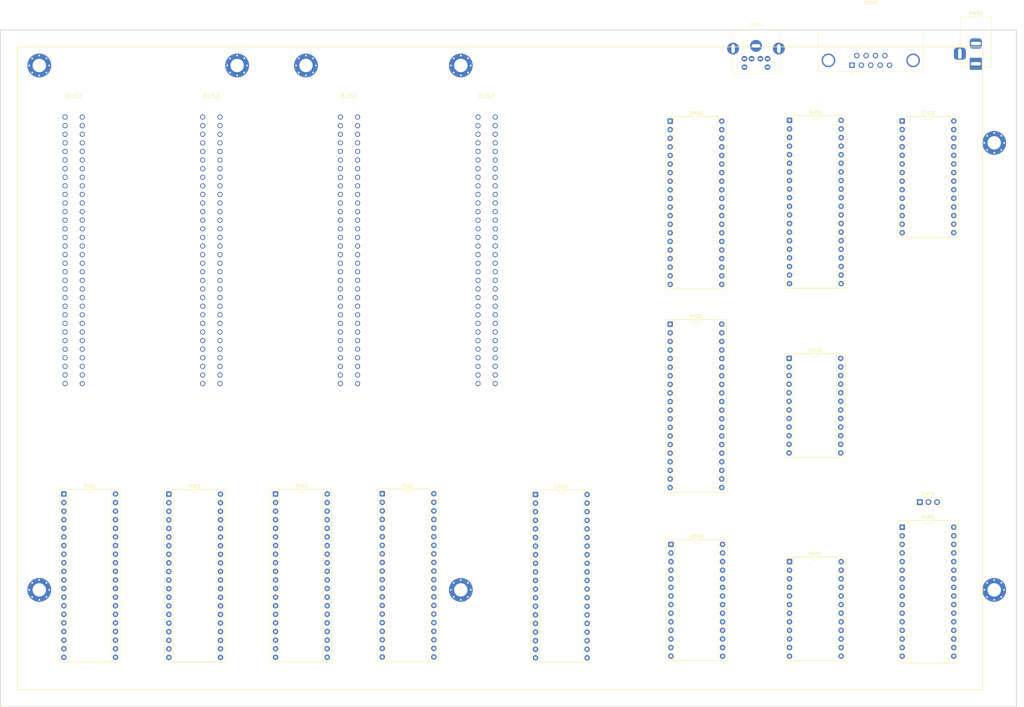
<source format=kicad_pcb>
(kicad_pcb (version 20241229) (generator "pcbnew") (generator_version "9.0")
  (title_block (title "Carbon Z80 - 4x Slots & Mode 2 Ints") (date "2025-02-27") (rev "0") (company "Jules Carboni"))
  (layers (0 "F.Cu" signal) (2 "B.Cu" signal) (13 "F.Paste" user) (15 "B.Paste" user) (5 "F.SilkS" user "F.Silkscreen") (7 "B.SilkS" user "B.Silkscreen") (1 "F.Mask" user) (3 "B.Mask" user) (25 "Edge.Cuts" user))
  (net 0 "")
  (net 78 "VCC")
  (net 80 "Net-(CPU0-~{RD})")
  (net 84 "Net-(CPU0-~{IORQ})")
  (net 88 "Net-(CPU0-~{MREQ})")
  (net 95 "Net-(CPU0-~{WAIT})")
  (net 96 "Net-(CPU0-~{WR})")
  (net 97 "Net-(CPU0-~{INT})")
  (net 98 "GND")
  (net 99 "Net-(CTC0-ZC{slash}TO2)")
  (net 100 "Net-(CTC0-ZC{slash}TO1)")
  (net 101 "Net-(CTC0-IEO)")
  (net 130 "Net-(DMA0-RDY)")
  (net 141 "Net-(DMA0-IEO)")
  (net 147 "Net-(FPU0-DB7)")
  (net 151 "Net-(FPU0-DB3)")
  (net 162 "Net-(FPU0-DB4)")
  (net 177 "Net-(FPU0-DB0)")
  (net 178 "Net-(FPU0-DB2)")
  (net 188 "Net-(FPU0-DB1)")
  (net 193 "Net-(FPU0-DB6)")
  (net 195 "Net-(FPU0-DB5)")
  (net 198 "Net-(PIO0-IEO)")
  (net 201 "Net-(PIO1-IEO)")
  (net 203 "Net-(PIO3-IEO)")
  (net 217 "Net-(RAM0-CE#)")
  (net 219 "Net-(RAM1-~{CS})")
  (footprint "CarbonZ80_Library:8bISA_64pin" (layer "F.Cu") (at 100.7952 60.24)
    (property "Reference" "BUS2" (at 0 -6.24 0) (layer "F.SilkS") (effects (font (size 1.27 1.27))))
    (property "Value" "BUS_SLOT3")
    (pad "A1" thru_hole circle (at 2.54 0) (size 1.5 1.5) (drill 1.016) (layers "*.Cu" "*.Mask"))
    (pad "A2" thru_hole circle (at 2.54 2.54) (size 1.5 1.5) (drill 1.016) (layers "*.Cu" "*.Mask"))
    (pad "A3" thru_hole circle (at 2.54 5.08) (size 1.5 1.5) (drill 1.016) (layers "*.Cu" "*.Mask"))
    (pad "A4" thru_hole circle (at 2.54 7.62) (size 1.5 1.5) (drill 1.016) (layers "*.Cu" "*.Mask"))
    (pad "A5" thru_hole circle (at 2.54 10.16) (size 1.5 1.5) (drill 1.016) (layers "*.Cu" "*.Mask"))
    (pad "A6" thru_hole circle (at 2.54 12.7) (size 1.5 1.5) (drill 1.016) (layers "*.Cu" "*.Mask"))
    (pad "A7" thru_hole circle (at 2.54 15.24) (size 1.5 1.5) (drill 1.016) (layers "*.Cu" "*.Mask"))
    (pad "A8" thru_hole circle (at 2.54 17.78) (size 1.5 1.5) (drill 1.016) (layers "*.Cu" "*.Mask"))
    (pad "A9" thru_hole circle (at 2.54 20.32) (size 1.5 1.5) (drill 1.016) (layers "*.Cu" "*.Mask"))
    (pad "A10" thru_hole circle (at 2.54 22.86) (size 1.5 1.5) (drill 1.016) (layers "*.Cu" "*.Mask"))
    (pad "A11" thru_hole circle (at 2.54 25.4) (size 1.5 1.5) (drill 1.016) (layers "*.Cu" "*.Mask"))
    (pad "A12" thru_hole circle (at 2.54 27.94) (size 1.5 1.5) (drill 1.016) (layers "*.Cu" "*.Mask"))
    (pad "A13" thru_hole circle (at 2.54 30.48) (size 1.5 1.5) (drill 1.016) (layers "*.Cu" "*.Mask"))
    (pad "A14" thru_hole circle (at 2.54 33.02) (size 1.5 1.5) (drill 1.016) (layers "*.Cu" "*.Mask"))
    (pad "A15" thru_hole circle (at 2.54 35.56) (size 1.5 1.5) (drill 1.016) (layers "*.Cu" "*.Mask"))
    (pad "A16" thru_hole circle (at 2.54 38.1) (size 1.5 1.5) (drill 1.016) (layers "*.Cu" "*.Mask"))
    (pad "A17" thru_hole circle (at 2.54 40.64) (size 1.5 1.5) (drill 1.016) (layers "*.Cu" "*.Mask"))
    (pad "A18" thru_hole circle (at 2.54 43.18) (size 1.5 1.5) (drill 1.016) (layers "*.Cu" "*.Mask"))
    (pad "A19" thru_hole circle (at 2.54 45.72) (size 1.5 1.5) (drill 1.016) (layers "*.Cu" "*.Mask"))
    (pad "A20" thru_hole circle (at 2.54 48.26) (size 1.5 1.5) (drill 1.016) (layers "*.Cu" "*.Mask"))
    (pad "A21" thru_hole circle (at 2.54 50.8) (size 1.5 1.5) (drill 1.016) (layers "*.Cu" "*.Mask"))
    (pad "A22" thru_hole circle (at 2.54 53.34) (size 1.5 1.5) (drill 1.016) (layers "*.Cu" "*.Mask"))
    (pad "A23" thru_hole circle (at 2.54 55.88) (size 1.5 1.5) (drill 1.016) (layers "*.Cu" "*.Mask"))
    (pad "A24" thru_hole circle (at 2.54 58.42) (size 1.5 1.5) (drill 1.016) (layers "*.Cu" "*.Mask"))
    (pad "A25" thru_hole circle (at 2.54 60.96) (size 1.5 1.5) (drill 1.016) (layers "*.Cu" "*.Mask"))
    (pad "A26" thru_hole circle (at 2.54 63.5) (size 1.5 1.5) (drill 1.016) (layers "*.Cu" "*.Mask"))
    (pad "A27" thru_hole circle (at 2.54 66.04) (size 1.5 1.5) (drill 1.016) (layers "*.Cu" "*.Mask"))
    (pad "A28" thru_hole circle (at 2.54 68.58) (size 1.5 1.5) (drill 1.016) (layers "*.Cu" "*.Mask"))
    (pad "A29" thru_hole circle (at 2.54 71.12) (size 1.5 1.5) (drill 1.016) (layers "*.Cu" "*.Mask"))
    (pad "A30" thru_hole circle (at 2.54 73.66) (size 1.5 1.5) (drill 1.016) (layers "*.Cu" "*.Mask"))
    (pad "A31" thru_hole circle (at 2.54 76.2) (size 1.5 1.5) (drill 1.016) (layers "*.Cu" "*.Mask"))
    (pad "A32" thru_hole circle (at 2.54 78.74) (size 1.5 1.5) (drill 1.016) (layers "*.Cu" "*.Mask"))
    (pad "B1" thru_hole circle (at -2.54 0) (size 1.5 1.5) (drill 1.016) (layers "*.Cu" "*.Mask"))
    (pad "B2" thru_hole circle (at -2.54 2.54) (size 1.5 1.5) (drill 1.016) (layers "*.Cu" "*.Mask"))
    (pad "B3" thru_hole circle (at -2.54 5.08) (size 1.5 1.5) (drill 1.016) (layers "*.Cu" "*.Mask"))
    (pad "B4" thru_hole circle (at -2.54 7.62) (size 1.5 1.5) (drill 1.016) (layers "*.Cu" "*.Mask"))
    (pad "B5" thru_hole circle (at -2.54 10.16) (size 1.5 1.5) (drill 1.016) (layers "*.Cu" "*.Mask"))
    (pad "B6" thru_hole circle (at -2.54 12.7) (size 1.5 1.5) (drill 1.016) (layers "*.Cu" "*.Mask"))
    (pad "B7" thru_hole circle (at -2.54 15.24) (size 1.5 1.5) (drill 1.016) (layers "*.Cu" "*.Mask"))
    (pad "B8" thru_hole circle (at -2.54 17.78) (size 1.5 1.5) (drill 1.016) (layers "*.Cu" "*.Mask"))
    (pad "B9" thru_hole circle (at -2.54 20.32) (size 1.5 1.5) (drill 1.016) (layers "*.Cu" "*.Mask"))
    (pad "B10" thru_hole circle (at -2.54 22.86) (size 1.5 1.5) (drill 1.016) (layers "*.Cu" "*.Mask"))
    (pad "B11" thru_hole circle (at -2.54 25.4) (size 1.5 1.5) (drill 1.016) (layers "*.Cu" "*.Mask"))
    (pad "B12" thru_hole circle (at -2.54 27.94) (size 1.5 1.5) (drill 1.016) (layers "*.Cu" "*.Mask"))
    (pad "B13" thru_hole circle (at -2.54 30.48) (size 1.5 1.5) (drill 1.016) (layers "*.Cu" "*.Mask"))
    (pad "B14" thru_hole circle (at -2.54 33.02) (size 1.5 1.5) (drill 1.016) (layers "*.Cu" "*.Mask"))
    (pad "B15" thru_hole circle (at -2.54 35.56) (size 1.5 1.5) (drill 1.016) (layers "*.Cu" "*.Mask"))
    (pad "B16" thru_hole circle (at -2.54 38.1) (size 1.5 1.5) (drill 1.016) (layers "*.Cu" "*.Mask"))
    (pad "B17" thru_hole circle (at -2.54 40.64) (size 1.5 1.5) (drill 1.016) (layers "*.Cu" "*.Mask"))
    (pad "B18" thru_hole circle (at -2.54 43.18) (size 1.5 1.5) (drill 1.016) (layers "*.Cu" "*.Mask"))
    (pad "B19" thru_hole circle (at -2.54 45.72) (size 1.5 1.5) (drill 1.016) (layers "*.Cu" "*.Mask"))
    (pad "B20" thru_hole circle (at -2.54 48.26) (size 1.5 1.5) (drill 1.016) (layers "*.Cu" "*.Mask"))
    (pad "B21" thru_hole circle (at -2.54 50.8) (size 1.5 1.5) (drill 1.016) (layers "*.Cu" "*.Mask"))
    (pad "B22" thru_hole circle (at -2.54 53.34) (size 1.5 1.5) (drill 1.016) (layers "*.Cu" "*.Mask"))
    (pad "B23" thru_hole circle (at -2.54 55.88) (size 1.5 1.5) (drill 1.016) (layers "*.Cu" "*.Mask"))
    (pad "B24" thru_hole circle (at -2.54 58.42) (size 1.5 1.5) (drill 1.016) (layers "*.Cu" "*.Mask"))
    (pad "B25" thru_hole circle (at -2.54 60.96) (size 1.5 1.5) (drill 1.016) (layers "*.Cu" "*.Mask"))
    (pad "B26" thru_hole circle (at -2.54 63.5) (size 1.5 1.5) (drill 1.016) (layers "*.Cu" "*.Mask"))
    (pad "B27" thru_hole circle (at -2.54 66.04) (size 1.5 1.5) (drill 1.016) (layers "*.Cu" "*.Mask"))
    (pad "B28" thru_hole circle (at -2.54 68.58) (size 1.5 1.5) (drill 1.016) (layers "*.Cu" "*.Mask"))
    (pad "B29" thru_hole circle (at -2.54 71.12) (size 1.5 1.5) (drill 1.016) (layers "*.Cu" "*.Mask"))
    (pad "B30" thru_hole circle (at -2.54 73.66) (size 1.5 1.5) (drill 1.016) (layers "*.Cu" "*.Mask"))
    (pad "B31" thru_hole circle (at -2.54 76.2) (size 1.5 1.5) (drill 1.016) (layers "*.Cu" "*.Mask"))
    (pad "B32" thru_hole circle (at -2.54 78.74) (size 1.5 1.5) (drill 1.016) (layers "*.Cu" "*.Mask"))
  )
  (footprint "Connector_Dsub:DSUB-9_Socket_Horizontal_P2.77x2.84mm_EdgePinOffset7.70mm_Housed_MountingHolesOffset9.12mm" (layer "F.Cu") (at 289.96 44.910331 180)
    (property "Reference" "COM0" (at -5.54 18.410331 0) (layer "F.SilkS"))
    (property "Value" "DE9_SOCKET")
    (pad "0" thru_hole circle (at -18.04 1.42 180) (size 4 4) (drill 3.2) (layers "*.Cu" "*.Mask"))
    (pad "0" thru_hole circle (at 6.96 1.42 180) (size 4 4) (drill 3.2) (layers "*.Cu" "*.Mask"))
    (pad "1" thru_hole rect (at 0 0 180) (size 1.6 1.6) (drill 1) (layers "*.Cu" "*.Mask"))
    (pad "2" thru_hole circle (at -2.77 0 180) (size 1.6 1.6) (drill 1) (layers "*.Cu" "*.Mask"))
    (pad "3" thru_hole circle (at -5.54 0 180) (size 1.6 1.6) (drill 1) (layers "*.Cu" "*.Mask"))
    (pad "4" thru_hole circle (at -8.31 0 180) (size 1.6 1.6) (drill 1) (layers "*.Cu" "*.Mask"))
    (pad "5" thru_hole circle (at -11.08 0 180) (size 1.6 1.6) (drill 1) (layers "*.Cu" "*.Mask"))
    (pad "6" thru_hole circle (at -1.385 2.84 180) (size 1.6 1.6) (drill 1) (layers "*.Cu" "*.Mask"))
    (pad "7" thru_hole circle (at -4.155 2.84 180) (size 1.6 1.6) (drill 1) (layers "*.Cu" "*.Mask"))
    (pad "8" thru_hole circle (at -6.925 2.84 180) (size 1.6 1.6) (drill 1) (layers "*.Cu" "*.Mask"))
    (pad "9" thru_hole circle (at -9.695 2.84 180) (size 1.6 1.6) (drill 1) (layers "*.Cu" "*.Mask"))
  )
  (footprint "HOLE" (layer "F.Cu") (at 174.46 45)
    (property "Reference" "" (at 0 0 0) (layer "F.SilkS") (effects (font (size 1.27 1.27))))
    (property "Value" "")
    (pad "" thru_hole circle (at -2.921 0) (size 0.6 0.6) (drill 0.5) (layers "*.Cu" "*.Mask"))
    (pad "" thru_hole circle (at -2.0828 -2.0828) (size 0.6 0.6) (drill 0.5) (layers "*.Cu" "*.Mask"))
    (pad "" thru_hole circle (at -2.0828 2.0828) (size 0.6 0.6) (drill 0.5) (layers "*.Cu" "*.Mask"))
    (pad "" thru_hole circle (at 0 -2.921) (size 0.6 0.6) (drill 0.5) (layers "*.Cu" "*.Mask"))
    (pad "" thru_hole circle (at 0 0) (size 7 7) (drill 3.9624) (layers "*.Cu" "*.Mask"))
    (pad "" thru_hole circle (at 0 2.921) (size 0.6 0.6) (drill 0.5) (layers "*.Cu" "*.Mask"))
    (pad "" thru_hole circle (at 2.0828 -2.0828) (size 0.6 0.6) (drill 0.5) (layers "*.Cu" "*.Mask"))
    (pad "" thru_hole circle (at 2.0828 2.0828) (size 0.6 0.6) (drill 0.5) (layers "*.Cu" "*.Mask"))
    (pad "" thru_hole circle (at 2.921 0) (size 0.6 0.6) (drill 0.5) (layers "*.Cu" "*.Mask"))
  )
  (footprint "Package_DIP:DIP-28_W15.24mm_Socket" (layer "F.Cu") (at 304.76 61.39)
    (property "Reference" "CTC0" (at 7.62 -2.33 0) (layer "F.SilkS"))
    (property "Value" "Z84C30")
    (pad "1" thru_hole roundrect (at 0 0) (size 1.6 1.6) (drill 0.8) (layers "*.Cu" "*.Mask") (roundrect_rratio 0.15625))
    (pad "2" thru_hole circle (at 0 2.54) (size 1.6 1.6) (drill 0.8) (layers "*.Cu" "*.Mask"))
    (pad "3" thru_hole circle (at 0 5.08) (size 1.6 1.6) (drill 0.8) (layers "*.Cu" "*.Mask"))
    (pad "4" thru_hole circle (at 0 7.62) (size 1.6 1.6) (drill 0.8) (layers "*.Cu" "*.Mask"))
    (pad "5" thru_hole circle (at 0 10.16) (size 1.6 1.6) (drill 0.8) (layers "*.Cu" "*.Mask") (net 98 "GND"))
    (pad "6" thru_hole circle (at 0 12.7) (size 1.6 1.6) (drill 0.8) (layers "*.Cu" "*.Mask") (net 80 "Net-(CPU0-~{RD})"))
    (pad "7" thru_hole circle (at 0 15.24) (size 1.6 1.6) (drill 0.8) (layers "*.Cu" "*.Mask"))
    (pad "8" thru_hole circle (at 0 17.78) (size 1.6 1.6) (drill 0.8) (layers "*.Cu" "*.Mask") (net 100 "Net-(CTC0-ZC{slash}TO1)"))
    (pad "9" thru_hole circle (at 0 20.32) (size 1.6 1.6) (drill 0.8) (layers "*.Cu" "*.Mask") (net 99 "Net-(CTC0-ZC{slash}TO2)"))
    (pad "10" thru_hole circle (at 0 22.86) (size 1.6 1.6) (drill 0.8) (layers "*.Cu" "*.Mask") (net 84 "Net-(CPU0-~{IORQ})"))
    (pad "11" thru_hole circle (at 0 25.4) (size 1.6 1.6) (drill 0.8) (layers "*.Cu" "*.Mask") (net 101 "Net-(CTC0-IEO)"))
    (pad "12" thru_hole circle (at 0 27.94) (size 1.6 1.6) (drill 0.8) (layers "*.Cu" "*.Mask") (net 97 "Net-(CPU0-~{INT})"))
    (pad "13" thru_hole circle (at 0 30.48) (size 1.6 1.6) (drill 0.8) (layers "*.Cu" "*.Mask") (net 78 "VCC"))
    (pad "14" thru_hole circle (at 0 33.02) (size 1.6 1.6) (drill 0.8) (layers "*.Cu" "*.Mask") (net 95 "Net-(CPU0-~{WAIT})"))
    (pad "15" thru_hole circle (at 15.24 33.02) (size 1.6 1.6) (drill 0.8) (layers "*.Cu" "*.Mask"))
    (pad "16" thru_hole circle (at 15.24 30.48) (size 1.6 1.6) (drill 0.8) (layers "*.Cu" "*.Mask"))
    (pad "17" thru_hole circle (at 15.24 27.94) (size 1.6 1.6) (drill 0.8) (layers "*.Cu" "*.Mask"))
    (pad "18" thru_hole circle (at 15.24 25.4) (size 1.6 1.6) (drill 0.8) (layers "*.Cu" "*.Mask"))
    (pad "19" thru_hole circle (at 15.24 22.86) (size 1.6 1.6) (drill 0.8) (layers "*.Cu" "*.Mask"))
    (pad "20" thru_hole circle (at 15.24 20.32) (size 1.6 1.6) (drill 0.8) (layers "*.Cu" "*.Mask"))
    (pad "21" thru_hole circle (at 15.24 17.78) (size 1.6 1.6) (drill 0.8) (layers "*.Cu" "*.Mask"))
    (pad "22" thru_hole circle (at 15.24 15.24) (size 1.6 1.6) (drill 0.8) (layers "*.Cu" "*.Mask"))
    (pad "23" thru_hole circle (at 15.24 12.7) (size 1.6 1.6) (drill 0.8) (layers "*.Cu" "*.Mask"))
    (pad "24" thru_hole circle (at 15.24 10.16) (size 1.6 1.6) (drill 0.8) (layers "*.Cu" "*.Mask") (net 78 "VCC"))
    (pad "25" thru_hole circle (at 15.24 7.62) (size 1.6 1.6) (drill 0.8) (layers "*.Cu" "*.Mask"))
    (pad "26" thru_hole circle (at 15.24 5.08) (size 1.6 1.6) (drill 0.8) (layers "*.Cu" "*.Mask"))
    (pad "27" thru_hole circle (at 15.24 2.54) (size 1.6 1.6) (drill 0.8) (layers "*.Cu" "*.Mask"))
    (pad "28" thru_hole circle (at 15.24 0) (size 1.6 1.6) (drill 0.8) (layers "*.Cu" "*.Mask"))
  )
  (footprint "Package_DIP:DIP-40_W15.24mm_Socket" (layer "F.Cu") (at 236.26 61.42)
    (property "Reference" "DMA0" (at 7.62 -2.33 0) (layer "F.SilkS"))
    (property "Value" "Z84C10")
    (pad "1" thru_hole roundrect (at 0 0) (size 1.6 1.6) (drill 0.8) (layers "*.Cu" "*.Mask") (roundrect_rratio 0.15625))
    (pad "2" thru_hole circle (at 0 2.54) (size 1.6 1.6) (drill 0.8) (layers "*.Cu" "*.Mask"))
    (pad "3" thru_hole circle (at 0 5.08) (size 1.6 1.6) (drill 0.8) (layers "*.Cu" "*.Mask"))
    (pad "4" thru_hole circle (at 0 7.62) (size 1.6 1.6) (drill 0.8) (layers "*.Cu" "*.Mask"))
    (pad "5" thru_hole circle (at 0 10.16) (size 1.6 1.6) (drill 0.8) (layers "*.Cu" "*.Mask"))
    (pad "6" thru_hole circle (at 0 12.7) (size 1.6 1.6) (drill 0.8) (layers "*.Cu" "*.Mask"))
    (pad "7" thru_hole circle (at 0 15.24) (size 1.6 1.6) (drill 0.8) (layers "*.Cu" "*.Mask"))
    (pad "8" thru_hole circle (at 0 17.78) (size 1.6 1.6) (drill 0.8) (layers "*.Cu" "*.Mask") (net 96 "Net-(CPU0-~{WR})"))
    (pad "9" thru_hole circle (at 0 20.32) (size 1.6 1.6) (drill 0.8) (layers "*.Cu" "*.Mask") (net 80 "Net-(CPU0-~{RD})"))
    (pad "10" thru_hole circle (at 0 22.86) (size 1.6 1.6) (drill 0.8) (layers "*.Cu" "*.Mask") (net 84 "Net-(CPU0-~{IORQ})"))
    (pad "11" thru_hole circle (at 0 25.4) (size 1.6 1.6) (drill 0.8) (layers "*.Cu" "*.Mask") (net 78 "VCC"))
    (pad "12" thru_hole circle (at 0 27.94) (size 1.6 1.6) (drill 0.8) (layers "*.Cu" "*.Mask") (net 88 "Net-(CPU0-~{MREQ})"))
    (pad "13" thru_hole circle (at 0 30.48) (size 1.6 1.6) (drill 0.8) (layers "*.Cu" "*.Mask"))
    (pad "14" thru_hole circle (at 0 33.02) (size 1.6 1.6) (drill 0.8) (layers "*.Cu" "*.Mask"))
    (pad "15" thru_hole circle (at 0 35.56) (size 1.6 1.6) (drill 0.8) (layers "*.Cu" "*.Mask"))
    (pad "16" thru_hole circle (at 0 38.1) (size 1.6 1.6) (drill 0.8) (layers "*.Cu" "*.Mask"))
    (pad "17" thru_hole circle (at 0 40.64) (size 1.6 1.6) (drill 0.8) (layers "*.Cu" "*.Mask"))
    (pad "18" thru_hole circle (at 0 43.18) (size 1.6 1.6) (drill 0.8) (layers "*.Cu" "*.Mask"))
    (pad "19" thru_hole circle (at 0 45.72) (size 1.6 1.6) (drill 0.8) (layers "*.Cu" "*.Mask"))
    (pad "20" thru_hole circle (at 0 48.26) (size 1.6 1.6) (drill 0.8) (layers "*.Cu" "*.Mask"))
    (pad "21" thru_hole circle (at 15.24 48.26) (size 1.6 1.6) (drill 0.8) (layers "*.Cu" "*.Mask"))
    (pad "22" thru_hole circle (at 15.24 45.72) (size 1.6 1.6) (drill 0.8) (layers "*.Cu" "*.Mask"))
    (pad "23" thru_hole circle (at 15.24 43.18) (size 1.6 1.6) (drill 0.8) (layers "*.Cu" "*.Mask"))
    (pad "24" thru_hole circle (at 15.24 40.64) (size 1.6 1.6) (drill 0.8) (layers "*.Cu" "*.Mask"))
    (pad "25" thru_hole circle (at 15.24 38.1) (size 1.6 1.6) (drill 0.8) (layers "*.Cu" "*.Mask") (net 130 "Net-(DMA0-RDY)"))
    (pad "26" thru_hole circle (at 15.24 35.56) (size 1.6 1.6) (drill 0.8) (layers "*.Cu" "*.Mask") (net 95 "Net-(CPU0-~{WAIT})"))
    (pad "27" thru_hole circle (at 15.24 33.02) (size 1.6 1.6) (drill 0.8) (layers "*.Cu" "*.Mask"))
    (pad "28" thru_hole circle (at 15.24 30.48) (size 1.6 1.6) (drill 0.8) (layers "*.Cu" "*.Mask"))
    (pad "29" thru_hole circle (at 15.24 27.94) (size 1.6 1.6) (drill 0.8) (layers "*.Cu" "*.Mask"))
    (pad "30" thru_hole circle (at 15.24 25.4) (size 1.6 1.6) (drill 0.8) (layers "*.Cu" "*.Mask") (net 98 "GND"))
    (pad "31" thru_hole circle (at 15.24 22.86) (size 1.6 1.6) (drill 0.8) (layers "*.Cu" "*.Mask"))
    (pad "32" thru_hole circle (at 15.24 20.32) (size 1.6 1.6) (drill 0.8) (layers "*.Cu" "*.Mask"))
    (pad "33" thru_hole circle (at 15.24 17.78) (size 1.6 1.6) (drill 0.8) (layers "*.Cu" "*.Mask"))
    (pad "34" thru_hole circle (at 15.24 15.24) (size 1.6 1.6) (drill 0.8) (layers "*.Cu" "*.Mask"))
    (pad "35" thru_hole circle (at 15.24 12.7) (size 1.6 1.6) (drill 0.8) (layers "*.Cu" "*.Mask"))
    (pad "36" thru_hole circle (at 15.24 10.16) (size 1.6 1.6) (drill 0.8) (layers "*.Cu" "*.Mask") (net 141 "Net-(DMA0-IEO)"))
    (pad "37" thru_hole circle (at 15.24 7.62) (size 1.6 1.6) (drill 0.8) (layers "*.Cu" "*.Mask") (net 97 "Net-(CPU0-~{INT})"))
    (pad "38" thru_hole circle (at 15.24 5.08) (size 1.6 1.6) (drill 0.8) (layers "*.Cu" "*.Mask") (net 98 "GND"))
    (pad "39" thru_hole circle (at 15.24 2.54) (size 1.6 1.6) (drill 0.8) (layers "*.Cu" "*.Mask"))
    (pad "40" thru_hole circle (at 15.24 0) (size 1.6 1.6) (drill 0.8) (layers "*.Cu" "*.Mask"))
  )
  (footprint "HOLE" (layer "F.Cu") (at 108.42 45)
    (property "Reference" "" (at 0 0 0) (layer "F.SilkS") (effects (font (size 1.27 1.27))))
    (property "Value" "")
    (pad "" thru_hole circle (at -2.921 0) (size 0.6 0.6) (drill 0.5) (layers "*.Cu" "*.Mask"))
    (pad "" thru_hole circle (at -2.0828 -2.0828) (size 0.6 0.6) (drill 0.5) (layers "*.Cu" "*.Mask"))
    (pad "" thru_hole circle (at -2.0828 2.0828) (size 0.6 0.6) (drill 0.5) (layers "*.Cu" "*.Mask"))
    (pad "" thru_hole circle (at 0 -2.921) (size 0.6 0.6) (drill 0.5) (layers "*.Cu" "*.Mask"))
    (pad "" thru_hole circle (at 0 0) (size 7 7) (drill 3.9624) (layers "*.Cu" "*.Mask"))
    (pad "" thru_hole circle (at 0 2.921) (size 0.6 0.6) (drill 0.5) (layers "*.Cu" "*.Mask"))
    (pad "" thru_hole circle (at 2.0828 -2.0828) (size 0.6 0.6) (drill 0.5) (layers "*.Cu" "*.Mask"))
    (pad "" thru_hole circle (at 2.0828 2.0828) (size 0.6 0.6) (drill 0.5) (layers "*.Cu" "*.Mask"))
    (pad "" thru_hole circle (at 2.921 0) (size 0.6 0.6) (drill 0.5) (layers "*.Cu" "*.Mask"))
  )
  (footprint "HOLE" (layer "F.Cu") (at 331.94 67.86)
    (property "Reference" "" (at 0 0 0) (layer "F.SilkS") (effects (font (size 1.27 1.27))))
    (property "Value" "")
    (pad "" thru_hole circle (at -2.921 0) (size 0.6 0.6) (drill 0.5) (layers "*.Cu" "*.Mask"))
    (pad "" thru_hole circle (at -2.0828 -2.0828) (size 0.6 0.6) (drill 0.5) (layers "*.Cu" "*.Mask"))
    (pad "" thru_hole circle (at -2.0828 2.0828) (size 0.6 0.6) (drill 0.5) (layers "*.Cu" "*.Mask"))
    (pad "" thru_hole circle (at 0 -2.921) (size 0.6 0.6) (drill 0.5) (layers "*.Cu" "*.Mask"))
    (pad "" thru_hole circle (at 0 0) (size 7 7) (drill 3.9624) (layers "*.Cu" "*.Mask"))
    (pad "" thru_hole circle (at 0 2.921) (size 0.6 0.6) (drill 0.5) (layers "*.Cu" "*.Mask"))
    (pad "" thru_hole circle (at 2.0828 -2.0828) (size 0.6 0.6) (drill 0.5) (layers "*.Cu" "*.Mask"))
    (pad "" thru_hole circle (at 2.0828 2.0828) (size 0.6 0.6) (drill 0.5) (layers "*.Cu" "*.Mask"))
    (pad "" thru_hole circle (at 2.921 0) (size 0.6 0.6) (drill 0.5) (layers "*.Cu" "*.Mask"))
  )
  (footprint "Package_DIP:DIP-40_W15.24mm_Socket" (layer "F.Cu") (at 271.5 61.2)
    (property "Reference" "SIO0" (at 7.62 -2.33 0) (layer "F.SilkS"))
    (property "Value" "Z84C42")
    (pad "1" thru_hole roundrect (at 0 0) (size 1.6 1.6) (drill 0.8) (layers "*.Cu" "*.Mask") (roundrect_rratio 0.15625))
    (pad "2" thru_hole circle (at 0 2.54) (size 1.6 1.6) (drill 0.8) (layers "*.Cu" "*.Mask"))
    (pad "3" thru_hole circle (at 0 5.08) (size 1.6 1.6) (drill 0.8) (layers "*.Cu" "*.Mask"))
    (pad "4" thru_hole circle (at 0 7.62) (size 1.6 1.6) (drill 0.8) (layers "*.Cu" "*.Mask"))
    (pad "5" thru_hole circle (at 0 10.16) (size 1.6 1.6) (drill 0.8) (layers "*.Cu" "*.Mask") (net 97 "Net-(CPU0-~{INT})"))
    (pad "6" thru_hole circle (at 0 12.7) (size 1.6 1.6) (drill 0.8) (layers "*.Cu" "*.Mask") (net 101 "Net-(CTC0-IEO)"))
    (pad "7" thru_hole circle (at 0 15.24) (size 1.6 1.6) (drill 0.8) (layers "*.Cu" "*.Mask") (net 98 "GND"))
    (pad "8" thru_hole circle (at 0 17.78) (size 1.6 1.6) (drill 0.8) (layers "*.Cu" "*.Mask"))
    (pad "9" thru_hole circle (at 0 20.32) (size 1.6 1.6) (drill 0.8) (layers "*.Cu" "*.Mask") (net 78 "VCC"))
    (pad "10" thru_hole circle (at 0 22.86) (size 1.6 1.6) (drill 0.8) (layers "*.Cu" "*.Mask"))
    (pad "11" thru_hole circle (at 0 25.4) (size 1.6 1.6) (drill 0.8) (layers "*.Cu" "*.Mask"))
    (pad "12" thru_hole circle (at 0 27.94) (size 1.6 1.6) (drill 0.8) (layers "*.Cu" "*.Mask"))
    (pad "13" thru_hole circle (at 0 30.48) (size 1.6 1.6) (drill 0.8) (layers "*.Cu" "*.Mask") (net 99 "Net-(CTC0-ZC{slash}TO2)"))
    (pad "14" thru_hole circle (at 0 33.02) (size 1.6 1.6) (drill 0.8) (layers "*.Cu" "*.Mask") (net 99 "Net-(CTC0-ZC{slash}TO2)"))
    (pad "15" thru_hole circle (at 0 35.56) (size 1.6 1.6) (drill 0.8) (layers "*.Cu" "*.Mask"))
    (pad "16" thru_hole circle (at 0 38.1) (size 1.6 1.6) (drill 0.8) (layers "*.Cu" "*.Mask"))
    (pad "17" thru_hole circle (at 0 40.64) (size 1.6 1.6) (drill 0.8) (layers "*.Cu" "*.Mask"))
    (pad "18" thru_hole circle (at 0 43.18) (size 1.6 1.6) (drill 0.8) (layers "*.Cu" "*.Mask"))
    (pad "19" thru_hole circle (at 0 45.72) (size 1.6 1.6) (drill 0.8) (layers "*.Cu" "*.Mask"))
    (pad "20" thru_hole circle (at 0 48.26) (size 1.6 1.6) (drill 0.8) (layers "*.Cu" "*.Mask"))
    (pad "21" thru_hole circle (at 15.24 48.26) (size 1.6 1.6) (drill 0.8) (layers "*.Cu" "*.Mask"))
    (pad "22" thru_hole circle (at 15.24 45.72) (size 1.6 1.6) (drill 0.8) (layers "*.Cu" "*.Mask"))
    (pad "23" thru_hole circle (at 15.24 43.18) (size 1.6 1.6) (drill 0.8) (layers "*.Cu" "*.Mask"))
    (pad "24" thru_hole circle (at 15.24 40.64) (size 1.6 1.6) (drill 0.8) (layers "*.Cu" "*.Mask"))
    (pad "25" thru_hole circle (at 15.24 38.1) (size 1.6 1.6) (drill 0.8) (layers "*.Cu" "*.Mask"))
    (pad "26" thru_hole circle (at 15.24 35.56) (size 1.6 1.6) (drill 0.8) (layers "*.Cu" "*.Mask"))
    (pad "27" thru_hole circle (at 15.24 33.02) (size 1.6 1.6) (drill 0.8) (layers "*.Cu" "*.Mask") (net 100 "Net-(CTC0-ZC{slash}TO1)"))
    (pad "28" thru_hole circle (at 15.24 30.48) (size 1.6 1.6) (drill 0.8) (layers "*.Cu" "*.Mask") (net 100 "Net-(CTC0-ZC{slash}TO1)"))
    (pad "29" thru_hole circle (at 15.24 27.94) (size 1.6 1.6) (drill 0.8) (layers "*.Cu" "*.Mask"))
    (pad "30" thru_hole circle (at 15.24 25.4) (size 1.6 1.6) (drill 0.8) (layers "*.Cu" "*.Mask") (net 130 "Net-(DMA0-RDY)"))
    (pad "31" thru_hole circle (at 15.24 22.86) (size 1.6 1.6) (drill 0.8) (layers "*.Cu" "*.Mask") (net 98 "GND"))
    (pad "32" thru_hole circle (at 15.24 20.32) (size 1.6 1.6) (drill 0.8) (layers "*.Cu" "*.Mask"))
    (pad "33" thru_hole circle (at 15.24 17.78) (size 1.6 1.6) (drill 0.8) (layers "*.Cu" "*.Mask"))
    (pad "34" thru_hole circle (at 15.24 15.24) (size 1.6 1.6) (drill 0.8) (layers "*.Cu" "*.Mask"))
    (pad "35" thru_hole circle (at 15.24 12.7) (size 1.6 1.6) (drill 0.8) (layers "*.Cu" "*.Mask"))
    (pad "36" thru_hole circle (at 15.24 10.16) (size 1.6 1.6) (drill 0.8) (layers "*.Cu" "*.Mask"))
    (pad "37" thru_hole circle (at 15.24 7.62) (size 1.6 1.6) (drill 0.8) (layers "*.Cu" "*.Mask"))
    (pad "38" thru_hole circle (at 15.24 5.08) (size 1.6 1.6) (drill 0.8) (layers "*.Cu" "*.Mask"))
    (pad "39" thru_hole circle (at 15.24 2.54) (size 1.6 1.6) (drill 0.8) (layers "*.Cu" "*.Mask"))
    (pad "40" thru_hole circle (at 15.24 0) (size 1.6 1.6) (drill 0.8) (layers "*.Cu" "*.Mask"))
  )
  (footprint "Connector_PinHeader_2.54mm:PinHeader_1x03_P2.54mm_Vertical" (layer "F.Cu") (at 309.975 174 90)
    (property "Reference" "SWT0" (at 2.5 2.525 180) (layer "F.SilkS"))
    (property "Value" "RAM_SIZE_SEL")
    (pad "1" thru_hole rect (at 0 0 90) (size 1.7 1.7) (drill 1) (layers "*.Cu" "*.Mask") (net 219 "Net-(RAM1-~{CS})"))
    (pad "2" thru_hole oval (at 0 2.54 90) (size 1.7 1.7) (drill 1) (layers "*.Cu" "*.Mask"))
    (pad "3" thru_hole oval (at 0 5.08 90) (size 1.7 1.7) (drill 1) (layers "*.Cu" "*.Mask") (net 217 "Net-(RAM0-CE#)"))
  )
  (footprint "Package_DIP:DIP-40_W15.24mm_Socket" (layer "F.Cu") (at 151.26 171.52)
    (property "Reference" "PIO1" (at 7.62 -2.33 0) (layer "F.SilkS"))
    (property "Value" "Z84C20")
    (pad "1" thru_hole roundrect (at 0 0) (size 1.6 1.6) (drill 0.8) (layers "*.Cu" "*.Mask") (roundrect_rratio 0.15625))
    (pad "2" thru_hole circle (at 0 2.54) (size 1.6 1.6) (drill 0.8) (layers "*.Cu" "*.Mask"))
    (pad "3" thru_hole circle (at 0 5.08) (size 1.6 1.6) (drill 0.8) (layers "*.Cu" "*.Mask"))
    (pad "4" thru_hole circle (at 0 7.62) (size 1.6 1.6) (drill 0.8) (layers "*.Cu" "*.Mask"))
    (pad "5" thru_hole circle (at 0 10.16) (size 1.6 1.6) (drill 0.8) (layers "*.Cu" "*.Mask"))
    (pad "6" thru_hole circle (at 0 12.7) (size 1.6 1.6) (drill 0.8) (layers "*.Cu" "*.Mask"))
    (pad "7" thru_hole circle (at 0 15.24) (size 1.6 1.6) (drill 0.8) (layers "*.Cu" "*.Mask"))
    (pad "8" thru_hole circle (at 0 17.78) (size 1.6 1.6) (drill 0.8) (layers "*.Cu" "*.Mask"))
    (pad "9" thru_hole circle (at 0 20.32) (size 1.6 1.6) (drill 0.8) (layers "*.Cu" "*.Mask"))
    (pad "10" thru_hole circle (at 0 22.86) (size 1.6 1.6) (drill 0.8) (layers "*.Cu" "*.Mask"))
    (pad "11" thru_hole circle (at 0 25.4) (size 1.6 1.6) (drill 0.8) (layers "*.Cu" "*.Mask") (net 98 "GND"))
    (pad "12" thru_hole circle (at 0 27.94) (size 1.6 1.6) (drill 0.8) (layers "*.Cu" "*.Mask"))
    (pad "13" thru_hole circle (at 0 30.48) (size 1.6 1.6) (drill 0.8) (layers "*.Cu" "*.Mask"))
    (pad "14" thru_hole circle (at 0 33.02) (size 1.6 1.6) (drill 0.8) (layers "*.Cu" "*.Mask"))
    (pad "15" thru_hole circle (at 0 35.56) (size 1.6 1.6) (drill 0.8) (layers "*.Cu" "*.Mask"))
    (pad "16" thru_hole circle (at 0 38.1) (size 1.6 1.6) (drill 0.8) (layers "*.Cu" "*.Mask"))
    (pad "17" thru_hole circle (at 0 40.64) (size 1.6 1.6) (drill 0.8) (layers "*.Cu" "*.Mask"))
    (pad "18" thru_hole circle (at 0 43.18) (size 1.6 1.6) (drill 0.8) (layers "*.Cu" "*.Mask"))
    (pad "19" thru_hole circle (at 0 45.72) (size 1.6 1.6) (drill 0.8) (layers "*.Cu" "*.Mask"))
    (pad "20" thru_hole circle (at 0 48.26) (size 1.6 1.6) (drill 0.8) (layers "*.Cu" "*.Mask"))
    (pad "21" thru_hole circle (at 15.24 48.26) (size 1.6 1.6) (drill 0.8) (layers "*.Cu" "*.Mask"))
    (pad "22" thru_hole circle (at 15.24 45.72) (size 1.6 1.6) (drill 0.8) (layers "*.Cu" "*.Mask") (net 201 "Net-(PIO1-IEO)"))
    (pad "23" thru_hole circle (at 15.24 43.18) (size 1.6 1.6) (drill 0.8) (layers "*.Cu" "*.Mask") (net 97 "Net-(CPU0-~{INT})"))
    (pad "24" thru_hole circle (at 15.24 40.64) (size 1.6 1.6) (drill 0.8) (layers "*.Cu" "*.Mask") (net 198 "Net-(PIO0-IEO)"))
    (pad "25" thru_hole circle (at 15.24 38.1) (size 1.6 1.6) (drill 0.8) (layers "*.Cu" "*.Mask"))
    (pad "26" thru_hole circle (at 15.24 35.56) (size 1.6 1.6) (drill 0.8) (layers "*.Cu" "*.Mask") (net 78 "VCC"))
    (pad "27" thru_hole circle (at 15.24 33.02) (size 1.6 1.6) (drill 0.8) (layers "*.Cu" "*.Mask"))
    (pad "28" thru_hole circle (at 15.24 30.48) (size 1.6 1.6) (drill 0.8) (layers "*.Cu" "*.Mask"))
    (pad "29" thru_hole circle (at 15.24 27.94) (size 1.6 1.6) (drill 0.8) (layers "*.Cu" "*.Mask"))
    (pad "30" thru_hole circle (at 15.24 25.4) (size 1.6 1.6) (drill 0.8) (layers "*.Cu" "*.Mask"))
    (pad "31" thru_hole circle (at 15.24 22.86) (size 1.6 1.6) (drill 0.8) (layers "*.Cu" "*.Mask"))
    (pad "32" thru_hole circle (at 15.24 20.32) (size 1.6 1.6) (drill 0.8) (layers "*.Cu" "*.Mask"))
    (pad "33" thru_hole circle (at 15.24 17.78) (size 1.6 1.6) (drill 0.8) (layers "*.Cu" "*.Mask"))
    (pad "34" thru_hole circle (at 15.24 15.24) (size 1.6 1.6) (drill 0.8) (layers "*.Cu" "*.Mask"))
    (pad "35" thru_hole circle (at 15.24 12.7) (size 1.6 1.6) (drill 0.8) (layers "*.Cu" "*.Mask"))
    (pad "36" thru_hole circle (at 15.24 10.16) (size 1.6 1.6) (drill 0.8) (layers "*.Cu" "*.Mask"))
    (pad "37" thru_hole circle (at 15.24 7.62) (size 1.6 1.6) (drill 0.8) (layers "*.Cu" "*.Mask"))
    (pad "38" thru_hole circle (at 15.24 5.08) (size 1.6 1.6) (drill 0.8) (layers "*.Cu" "*.Mask"))
    (pad "39" thru_hole circle (at 15.24 2.54) (size 1.6 1.6) (drill 0.8) (layers "*.Cu" "*.Mask"))
    (pad "40" thru_hole circle (at 15.24 0) (size 1.6 1.6) (drill 0.8) (layers "*.Cu" "*.Mask"))
  )
  (footprint "Package_DIP:DIP-40_W15.24mm_Socket" (layer "F.Cu") (at 119.76 171.6)
    (property "Reference" "PIO2" (at 7.62 -2.33 0) (layer "F.SilkS"))
    (property "Value" "Z84C20")
    (pad "1" thru_hole roundrect (at 0 0) (size 1.6 1.6) (drill 0.8) (layers "*.Cu" "*.Mask") (roundrect_rratio 0.15625))
    (pad "2" thru_hole circle (at 0 2.54) (size 1.6 1.6) (drill 0.8) (layers "*.Cu" "*.Mask"))
    (pad "3" thru_hole circle (at 0 5.08) (size 1.6 1.6) (drill 0.8) (layers "*.Cu" "*.Mask"))
    (pad "4" thru_hole circle (at 0 7.62) (size 1.6 1.6) (drill 0.8) (layers "*.Cu" "*.Mask"))
    (pad "5" thru_hole circle (at 0 10.16) (size 1.6 1.6) (drill 0.8) (layers "*.Cu" "*.Mask"))
    (pad "6" thru_hole circle (at 0 12.7) (size 1.6 1.6) (drill 0.8) (layers "*.Cu" "*.Mask"))
    (pad "7" thru_hole circle (at 0 15.24) (size 1.6 1.6) (drill 0.8) (layers "*.Cu" "*.Mask"))
    (pad "8" thru_hole circle (at 0 17.78) (size 1.6 1.6) (drill 0.8) (layers "*.Cu" "*.Mask"))
    (pad "9" thru_hole circle (at 0 20.32) (size 1.6 1.6) (drill 0.8) (layers "*.Cu" "*.Mask"))
    (pad "10" thru_hole circle (at 0 22.86) (size 1.6 1.6) (drill 0.8) (layers "*.Cu" "*.Mask"))
    (pad "11" thru_hole circle (at 0 25.4) (size 1.6 1.6) (drill 0.8) (layers "*.Cu" "*.Mask") (net 98 "GND"))
    (pad "12" thru_hole circle (at 0 27.94) (size 1.6 1.6) (drill 0.8) (layers "*.Cu" "*.Mask"))
    (pad "13" thru_hole circle (at 0 30.48) (size 1.6 1.6) (drill 0.8) (layers "*.Cu" "*.Mask"))
    (pad "14" thru_hole circle (at 0 33.02) (size 1.6 1.6) (drill 0.8) (layers "*.Cu" "*.Mask"))
    (pad "15" thru_hole circle (at 0 35.56) (size 1.6 1.6) (drill 0.8) (layers "*.Cu" "*.Mask"))
    (pad "16" thru_hole circle (at 0 38.1) (size 1.6 1.6) (drill 0.8) (layers "*.Cu" "*.Mask"))
    (pad "17" thru_hole circle (at 0 40.64) (size 1.6 1.6) (drill 0.8) (layers "*.Cu" "*.Mask"))
    (pad "18" thru_hole circle (at 0 43.18) (size 1.6 1.6) (drill 0.8) (layers "*.Cu" "*.Mask"))
    (pad "19" thru_hole circle (at 0 45.72) (size 1.6 1.6) (drill 0.8) (layers "*.Cu" "*.Mask"))
    (pad "20" thru_hole circle (at 0 48.26) (size 1.6 1.6) (drill 0.8) (layers "*.Cu" "*.Mask"))
    (pad "21" thru_hole circle (at 15.24 48.26) (size 1.6 1.6) (drill 0.8) (layers "*.Cu" "*.Mask"))
    (pad "22" thru_hole circle (at 15.24 45.72) (size 1.6 1.6) (drill 0.8) (layers "*.Cu" "*.Mask") (net 98 "GND"))
    (pad "23" thru_hole circle (at 15.24 43.18) (size 1.6 1.6) (drill 0.8) (layers "*.Cu" "*.Mask") (net 97 "Net-(CPU0-~{INT})"))
    (pad "24" thru_hole circle (at 15.24 40.64) (size 1.6 1.6) (drill 0.8) (layers "*.Cu" "*.Mask") (net 201 "Net-(PIO1-IEO)"))
    (pad "25" thru_hole circle (at 15.24 38.1) (size 1.6 1.6) (drill 0.8) (layers "*.Cu" "*.Mask"))
    (pad "26" thru_hole circle (at 15.24 35.56) (size 1.6 1.6) (drill 0.8) (layers "*.Cu" "*.Mask") (net 78 "VCC"))
    (pad "27" thru_hole circle (at 15.24 33.02) (size 1.6 1.6) (drill 0.8) (layers "*.Cu" "*.Mask"))
    (pad "28" thru_hole circle (at 15.24 30.48) (size 1.6 1.6) (drill 0.8) (layers "*.Cu" "*.Mask"))
    (pad "29" thru_hole circle (at 15.24 27.94) (size 1.6 1.6) (drill 0.8) (layers "*.Cu" "*.Mask"))
    (pad "30" thru_hole circle (at 15.24 25.4) (size 1.6 1.6) (drill 0.8) (layers "*.Cu" "*.Mask"))
    (pad "31" thru_hole circle (at 15.24 22.86) (size 1.6 1.6) (drill 0.8) (layers "*.Cu" "*.Mask"))
    (pad "32" thru_hole circle (at 15.24 20.32) (size 1.6 1.6) (drill 0.8) (layers "*.Cu" "*.Mask"))
    (pad "33" thru_hole circle (at 15.24 17.78) (size 1.6 1.6) (drill 0.8) (layers "*.Cu" "*.Mask"))
    (pad "34" thru_hole circle (at 15.24 15.24) (size 1.6 1.6) (drill 0.8) (layers "*.Cu" "*.Mask"))
    (pad "35" thru_hole circle (at 15.24 12.7) (size 1.6 1.6) (drill 0.8) (layers "*.Cu" "*.Mask"))
    (pad "36" thru_hole circle (at 15.24 10.16) (size 1.6 1.6) (drill 0.8) (layers "*.Cu" "*.Mask"))
    (pad "37" thru_hole circle (at 15.24 7.62) (size 1.6 1.6) (drill 0.8) (layers "*.Cu" "*.Mask"))
    (pad "38" thru_hole circle (at 15.24 5.08) (size 1.6 1.6) (drill 0.8) (layers "*.Cu" "*.Mask"))
    (pad "39" thru_hole circle (at 15.24 2.54) (size 1.6 1.6) (drill 0.8) (layers "*.Cu" "*.Mask"))
    (pad "40" thru_hole circle (at 15.24 0) (size 1.6 1.6) (drill 0.8) (layers "*.Cu" "*.Mask"))
  )
  (footprint "CarbonZ80_Library:8bISA_64pin" (layer "F.Cu") (at 60.1552 60.24)
    (property "Reference" "BUS3" (at 0 -6.24 0) (layer "F.SilkS") (effects (font (size 1.27 1.27))))
    (property "Value" "BUS_SLOT4")
    (pad "A1" thru_hole circle (at 2.54 0) (size 1.5 1.5) (drill 1.016) (layers "*.Cu" "*.Mask"))
    (pad "A2" thru_hole circle (at 2.54 2.54) (size 1.5 1.5) (drill 1.016) (layers "*.Cu" "*.Mask"))
    (pad "A3" thru_hole circle (at 2.54 5.08) (size 1.5 1.5) (drill 1.016) (layers "*.Cu" "*.Mask"))
    (pad "A4" thru_hole circle (at 2.54 7.62) (size 1.5 1.5) (drill 1.016) (layers "*.Cu" "*.Mask"))
    (pad "A5" thru_hole circle (at 2.54 10.16) (size 1.5 1.5) (drill 1.016) (layers "*.Cu" "*.Mask"))
    (pad "A6" thru_hole circle (at 2.54 12.7) (size 1.5 1.5) (drill 1.016) (layers "*.Cu" "*.Mask"))
    (pad "A7" thru_hole circle (at 2.54 15.24) (size 1.5 1.5) (drill 1.016) (layers "*.Cu" "*.Mask"))
    (pad "A8" thru_hole circle (at 2.54 17.78) (size 1.5 1.5) (drill 1.016) (layers "*.Cu" "*.Mask"))
    (pad "A9" thru_hole circle (at 2.54 20.32) (size 1.5 1.5) (drill 1.016) (layers "*.Cu" "*.Mask"))
    (pad "A10" thru_hole circle (at 2.54 22.86) (size 1.5 1.5) (drill 1.016) (layers "*.Cu" "*.Mask"))
    (pad "A11" thru_hole circle (at 2.54 25.4) (size 1.5 1.5) (drill 1.016) (layers "*.Cu" "*.Mask"))
    (pad "A12" thru_hole circle (at 2.54 27.94) (size 1.5 1.5) (drill 1.016) (layers "*.Cu" "*.Mask"))
    (pad "A13" thru_hole circle (at 2.54 30.48) (size 1.5 1.5) (drill 1.016) (layers "*.Cu" "*.Mask"))
    (pad "A14" thru_hole circle (at 2.54 33.02) (size 1.5 1.5) (drill 1.016) (layers "*.Cu" "*.Mask"))
    (pad "A15" thru_hole circle (at 2.54 35.56) (size 1.5 1.5) (drill 1.016) (layers "*.Cu" "*.Mask"))
    (pad "A16" thru_hole circle (at 2.54 38.1) (size 1.5 1.5) (drill 1.016) (layers "*.Cu" "*.Mask"))
    (pad "A17" thru_hole circle (at 2.54 40.64) (size 1.5 1.5) (drill 1.016) (layers "*.Cu" "*.Mask"))
    (pad "A18" thru_hole circle (at 2.54 43.18) (size 1.5 1.5) (drill 1.016) (layers "*.Cu" "*.Mask"))
    (pad "A19" thru_hole circle (at 2.54 45.72) (size 1.5 1.5) (drill 1.016) (layers "*.Cu" "*.Mask"))
    (pad "A20" thru_hole circle (at 2.54 48.26) (size 1.5 1.5) (drill 1.016) (layers "*.Cu" "*.Mask"))
    (pad "A21" thru_hole circle (at 2.54 50.8) (size 1.5 1.5) (drill 1.016) (layers "*.Cu" "*.Mask"))
    (pad "A22" thru_hole circle (at 2.54 53.34) (size 1.5 1.5) (drill 1.016) (layers "*.Cu" "*.Mask"))
    (pad "A23" thru_hole circle (at 2.54 55.88) (size 1.5 1.5) (drill 1.016) (layers "*.Cu" "*.Mask"))
    (pad "A24" thru_hole circle (at 2.54 58.42) (size 1.5 1.5) (drill 1.016) (layers "*.Cu" "*.Mask"))
    (pad "A25" thru_hole circle (at 2.54 60.96) (size 1.5 1.5) (drill 1.016) (layers "*.Cu" "*.Mask"))
    (pad "A26" thru_hole circle (at 2.54 63.5) (size 1.5 1.5) (drill 1.016) (layers "*.Cu" "*.Mask"))
    (pad "A27" thru_hole circle (at 2.54 66.04) (size 1.5 1.5) (drill 1.016) (layers "*.Cu" "*.Mask"))
    (pad "A28" thru_hole circle (at 2.54 68.58) (size 1.5 1.5) (drill 1.016) (layers "*.Cu" "*.Mask"))
    (pad "A29" thru_hole circle (at 2.54 71.12) (size 1.5 1.5) (drill 1.016) (layers "*.Cu" "*.Mask"))
    (pad "A30" thru_hole circle (at 2.54 73.66) (size 1.5 1.5) (drill 1.016) (layers "*.Cu" "*.Mask"))
    (pad "A31" thru_hole circle (at 2.54 76.2) (size 1.5 1.5) (drill 1.016) (layers "*.Cu" "*.Mask"))
    (pad "A32" thru_hole circle (at 2.54 78.74) (size 1.5 1.5) (drill 1.016) (layers "*.Cu" "*.Mask"))
    (pad "B1" thru_hole circle (at -2.54 0) (size 1.5 1.5) (drill 1.016) (layers "*.Cu" "*.Mask"))
    (pad "B2" thru_hole circle (at -2.54 2.54) (size 1.5 1.5) (drill 1.016) (layers "*.Cu" "*.Mask"))
    (pad "B3" thru_hole circle (at -2.54 5.08) (size 1.5 1.5) (drill 1.016) (layers "*.Cu" "*.Mask"))
    (pad "B4" thru_hole circle (at -2.54 7.62) (size 1.5 1.5) (drill 1.016) (layers "*.Cu" "*.Mask"))
    (pad "B5" thru_hole circle (at -2.54 10.16) (size 1.5 1.5) (drill 1.016) (layers "*.Cu" "*.Mask"))
    (pad "B6" thru_hole circle (at -2.54 12.7) (size 1.5 1.5) (drill 1.016) (layers "*.Cu" "*.Mask"))
    (pad "B7" thru_hole circle (at -2.54 15.24) (size 1.5 1.5) (drill 1.016) (layers "*.Cu" "*.Mask"))
    (pad "B8" thru_hole circle (at -2.54 17.78) (size 1.5 1.5) (drill 1.016) (layers "*.Cu" "*.Mask"))
    (pad "B9" thru_hole circle (at -2.54 20.32) (size 1.5 1.5) (drill 1.016) (layers "*.Cu" "*.Mask"))
    (pad "B10" thru_hole circle (at -2.54 22.86) (size 1.5 1.5) (drill 1.016) (layers "*.Cu" "*.Mask"))
    (pad "B11" thru_hole circle (at -2.54 25.4) (size 1.5 1.5) (drill 1.016) (layers "*.Cu" "*.Mask"))
    (pad "B12" thru_hole circle (at -2.54 27.94) (size 1.5 1.5) (drill 1.016) (layers "*.Cu" "*.Mask"))
    (pad "B13" thru_hole circle (at -2.54 30.48) (size 1.5 1.5) (drill 1.016) (layers "*.Cu" "*.Mask"))
    (pad "B14" thru_hole circle (at -2.54 33.02) (size 1.5 1.5) (drill 1.016) (layers "*.Cu" "*.Mask"))
    (pad "B15" thru_hole circle (at -2.54 35.56) (size 1.5 1.5) (drill 1.016) (layers "*.Cu" "*.Mask"))
    (pad "B16" thru_hole circle (at -2.54 38.1) (size 1.5 1.5) (drill 1.016) (layers "*.Cu" "*.Mask"))
    (pad "B17" thru_hole circle (at -2.54 40.64) (size 1.5 1.5) (drill 1.016) (layers "*.Cu" "*.Mask"))
    (pad "B18" thru_hole circle (at -2.54 43.18) (size 1.5 1.5) (drill 1.016) (layers "*.Cu" "*.Mask"))
    (pad "B19" thru_hole circle (at -2.54 45.72) (size 1.5 1.5) (drill 1.016) (layers "*.Cu" "*.Mask"))
    (pad "B20" thru_hole circle (at -2.54 48.26) (size 1.5 1.5) (drill 1.016) (layers "*.Cu" "*.Mask"))
    (pad "B21" thru_hole circle (at -2.54 50.8) (size 1.5 1.5) (drill 1.016) (layers "*.Cu" "*.Mask"))
    (pad "B22" thru_hole circle (at -2.54 53.34) (size 1.5 1.5) (drill 1.016) (layers "*.Cu" "*.Mask"))
    (pad "B23" thru_hole circle (at -2.54 55.88) (size 1.5 1.5) (drill 1.016) (layers "*.Cu" "*.Mask"))
    (pad "B24" thru_hole circle (at -2.54 58.42) (size 1.5 1.5) (drill 1.016) (layers "*.Cu" "*.Mask"))
    (pad "B25" thru_hole circle (at -2.54 60.96) (size 1.5 1.5) (drill 1.016) (layers "*.Cu" "*.Mask"))
    (pad "B26" thru_hole circle (at -2.54 63.5) (size 1.5 1.5) (drill 1.016) (layers "*.Cu" "*.Mask"))
    (pad "B27" thru_hole circle (at -2.54 66.04) (size 1.5 1.5) (drill 1.016) (layers "*.Cu" "*.Mask"))
    (pad "B28" thru_hole circle (at -2.54 68.58) (size 1.5 1.5) (drill 1.016) (layers "*.Cu" "*.Mask"))
    (pad "B29" thru_hole circle (at -2.54 71.12) (size 1.5 1.5) (drill 1.016) (layers "*.Cu" "*.Mask"))
    (pad "B30" thru_hole circle (at -2.54 73.66) (size 1.5 1.5) (drill 1.016) (layers "*.Cu" "*.Mask"))
    (pad "B31" thru_hole circle (at -2.54 76.2) (size 1.5 1.5) (drill 1.016) (layers "*.Cu" "*.Mask"))
    (pad "B32" thru_hole circle (at -2.54 78.74) (size 1.5 1.5) (drill 1.016) (layers "*.Cu" "*.Mask"))
  )
  (footprint "Package_DIP:DIP-40_W15.24mm_Socket" (layer "F.Cu") (at 57.26 171.6)
    (property "Reference" "PIO4" (at 7.62 -2.33 0) (layer "F.SilkS"))
    (property "Value" "Z84C20")
    (pad "1" thru_hole roundrect (at 0 0) (size 1.6 1.6) (drill 0.8) (layers "*.Cu" "*.Mask") (roundrect_rratio 0.15625))
    (pad "2" thru_hole circle (at 0 2.54) (size 1.6 1.6) (drill 0.8) (layers "*.Cu" "*.Mask"))
    (pad "3" thru_hole circle (at 0 5.08) (size 1.6 1.6) (drill 0.8) (layers "*.Cu" "*.Mask"))
    (pad "4" thru_hole circle (at 0 7.62) (size 1.6 1.6) (drill 0.8) (layers "*.Cu" "*.Mask"))
    (pad "5" thru_hole circle (at 0 10.16) (size 1.6 1.6) (drill 0.8) (layers "*.Cu" "*.Mask"))
    (pad "6" thru_hole circle (at 0 12.7) (size 1.6 1.6) (drill 0.8) (layers "*.Cu" "*.Mask"))
    (pad "7" thru_hole circle (at 0 15.24) (size 1.6 1.6) (drill 0.8) (layers "*.Cu" "*.Mask"))
    (pad "8" thru_hole circle (at 0 17.78) (size 1.6 1.6) (drill 0.8) (layers "*.Cu" "*.Mask"))
    (pad "9" thru_hole circle (at 0 20.32) (size 1.6 1.6) (drill 0.8) (layers "*.Cu" "*.Mask"))
    (pad "10" thru_hole circle (at 0 22.86) (size 1.6 1.6) (drill 0.8) (layers "*.Cu" "*.Mask"))
    (pad "11" thru_hole circle (at 0 25.4) (size 1.6 1.6) (drill 0.8) (layers "*.Cu" "*.Mask") (net 98 "GND"))
    (pad "12" thru_hole circle (at 0 27.94) (size 1.6 1.6) (drill 0.8) (layers "*.Cu" "*.Mask"))
    (pad "13" thru_hole circle (at 0 30.48) (size 1.6 1.6) (drill 0.8) (layers "*.Cu" "*.Mask"))
    (pad "14" thru_hole circle (at 0 33.02) (size 1.6 1.6) (drill 0.8) (layers "*.Cu" "*.Mask"))
    (pad "15" thru_hole circle (at 0 35.56) (size 1.6 1.6) (drill 0.8) (layers "*.Cu" "*.Mask"))
    (pad "16" thru_hole circle (at 0 38.1) (size 1.6 1.6) (drill 0.8) (layers "*.Cu" "*.Mask"))
    (pad "17" thru_hole circle (at 0 40.64) (size 1.6 1.6) (drill 0.8) (layers "*.Cu" "*.Mask"))
    (pad "18" thru_hole circle (at 0 43.18) (size 1.6 1.6) (drill 0.8) (layers "*.Cu" "*.Mask"))
    (pad "19" thru_hole circle (at 0 45.72) (size 1.6 1.6) (drill 0.8) (layers "*.Cu" "*.Mask"))
    (pad "20" thru_hole circle (at 0 48.26) (size 1.6 1.6) (drill 0.8) (layers "*.Cu" "*.Mask"))
    (pad "21" thru_hole circle (at 15.24 48.26) (size 1.6 1.6) (drill 0.8) (layers "*.Cu" "*.Mask"))
    (pad "22" thru_hole circle (at 15.24 45.72) (size 1.6 1.6) (drill 0.8) (layers "*.Cu" "*.Mask"))
    (pad "23" thru_hole circle (at 15.24 43.18) (size 1.6 1.6) (drill 0.8) (layers "*.Cu" "*.Mask") (net 97 "Net-(CPU0-~{INT})"))
    (pad "24" thru_hole circle (at 15.24 40.64) (size 1.6 1.6) (drill 0.8) (layers "*.Cu" "*.Mask") (net 203 "Net-(PIO3-IEO)"))
    (pad "25" thru_hole circle (at 15.24 38.1) (size 1.6 1.6) (drill 0.8) (layers "*.Cu" "*.Mask"))
    (pad "26" thru_hole circle (at 15.24 35.56) (size 1.6 1.6) (drill 0.8) (layers "*.Cu" "*.Mask") (net 78 "VCC"))
    (pad "27" thru_hole circle (at 15.24 33.02) (size 1.6 1.6) (drill 0.8) (layers "*.Cu" "*.Mask"))
    (pad "28" thru_hole circle (at 15.24 30.48) (size 1.6 1.6) (drill 0.8) (layers "*.Cu" "*.Mask"))
    (pad "29" thru_hole circle (at 15.24 27.94) (size 1.6 1.6) (drill 0.8) (layers "*.Cu" "*.Mask"))
    (pad "30" thru_hole circle (at 15.24 25.4) (size 1.6 1.6) (drill 0.8) (layers "*.Cu" "*.Mask"))
    (pad "31" thru_hole circle (at 15.24 22.86) (size 1.6 1.6) (drill 0.8) (layers "*.Cu" "*.Mask"))
    (pad "32" thru_hole circle (at 15.24 20.32) (size 1.6 1.6) (drill 0.8) (layers "*.Cu" "*.Mask"))
    (pad "33" thru_hole circle (at 15.24 17.78) (size 1.6 1.6) (drill 0.8) (layers "*.Cu" "*.Mask"))
    (pad "34" thru_hole circle (at 15.24 15.24) (size 1.6 1.6) (drill 0.8) (layers "*.Cu" "*.Mask"))
    (pad "35" thru_hole circle (at 15.24 12.7) (size 1.6 1.6) (drill 0.8) (layers "*.Cu" "*.Mask"))
    (pad "36" thru_hole circle (at 15.24 10.16) (size 1.6 1.6) (drill 0.8) (layers "*.Cu" "*.Mask"))
    (pad "37" thru_hole circle (at 15.24 7.62) (size 1.6 1.6) (drill 0.8) (layers "*.Cu" "*.Mask"))
    (pad "38" thru_hole circle (at 15.24 5.08) (size 1.6 1.6) (drill 0.8) (layers "*.Cu" "*.Mask"))
    (pad "39" thru_hole circle (at 15.24 2.54) (size 1.6 1.6) (drill 0.8) (layers "*.Cu" "*.Mask"))
    (pad "40" thru_hole circle (at 15.24 0) (size 1.6 1.6) (drill 0.8) (layers "*.Cu" "*.Mask"))
  )
  (footprint "CarbonZ80_Library:Mini_DIN_6" (layer "F.Cu") (at 261.6 34.5)
    (property "Reference" "DIN0" (at 0 -1.5 0) (layer "F.SilkS") (effects (font (thickness 0.1))))
    (property "Value" "MINI_DIN_KEYB")
    (pad "1" thru_hole circle (at 1.3 8.5) (size 1.67 1.67) (drill oval 1 0.5) (layers "*.Cu" "*.Mask"))
    (pad "2" thru_hole circle (at -1.3 8.5) (size 1.67 1.67) (drill oval 1 0.5) (layers "*.Cu" "*.Mask"))
    (pad "3" thru_hole circle (at 3.4 8.5) (size 1.67 1.67) (drill oval 1 0.5) (layers "*.Cu" "*.Mask"))
    (pad "4" thru_hole circle (at -3.4 8.5) (size 1.67 1.67) (drill oval 1 0.5) (layers "*.Cu" "*.Mask"))
    (pad "5" thru_hole circle (at 3.4 11) (size 1.67 1.67) (drill oval 1 0.5) (layers "*.Cu" "*.Mask"))
    (pad "6" thru_hole circle (at -3.4 11) (size 1.67 1.67) (drill oval 1 0.5) (layers "*.Cu" "*.Mask"))
    (pad "A" thru_hole circle (at 0 4.7) (size 3.5 3.5) (drill oval 2.5 1) (layers "*.Cu" "*.Mask"))
    (pad "B" thru_hole circle (at 6.75 5.5 90) (size 3.5 3.5) (drill oval 2.5 1) (layers "*.Cu" "*.Mask"))
    (pad "C" thru_hole circle (at -6.75 5.5 90) (size 3.5 3.5) (drill oval 2.5 1) (layers "*.Cu" "*.Mask"))
  )
  (footprint "CarbonZ80_Library:8bISA_64pin" (layer "F.Cu") (at 182.0752 60.24)
    (property "Reference" "BUS0" (at -0.0752 -6.24 0) (layer "F.SilkS") (effects (font (size 1.27 1.27))))
    (property "Value" "BUS_SLOT1")
    (pad "A1" thru_hole circle (at 2.54 0) (size 1.5 1.5) (drill 1.016) (layers "*.Cu" "*.Mask"))
    (pad "A2" thru_hole circle (at 2.54 2.54) (size 1.5 1.5) (drill 1.016) (layers "*.Cu" "*.Mask"))
    (pad "A3" thru_hole circle (at 2.54 5.08) (size 1.5 1.5) (drill 1.016) (layers "*.Cu" "*.Mask"))
    (pad "A4" thru_hole circle (at 2.54 7.62) (size 1.5 1.5) (drill 1.016) (layers "*.Cu" "*.Mask"))
    (pad "A5" thru_hole circle (at 2.54 10.16) (size 1.5 1.5) (drill 1.016) (layers "*.Cu" "*.Mask"))
    (pad "A6" thru_hole circle (at 2.54 12.7) (size 1.5 1.5) (drill 1.016) (layers "*.Cu" "*.Mask"))
    (pad "A7" thru_hole circle (at 2.54 15.24) (size 1.5 1.5) (drill 1.016) (layers "*.Cu" "*.Mask"))
    (pad "A8" thru_hole circle (at 2.54 17.78) (size 1.5 1.5) (drill 1.016) (layers "*.Cu" "*.Mask"))
    (pad "A9" thru_hole circle (at 2.54 20.32) (size 1.5 1.5) (drill 1.016) (layers "*.Cu" "*.Mask"))
    (pad "A10" thru_hole circle (at 2.54 22.86) (size 1.5 1.5) (drill 1.016) (layers "*.Cu" "*.Mask"))
    (pad "A11" thru_hole circle (at 2.54 25.4) (size 1.5 1.5) (drill 1.016) (layers "*.Cu" "*.Mask"))
    (pad "A12" thru_hole circle (at 2.54 27.94) (size 1.5 1.5) (drill 1.016) (layers "*.Cu" "*.Mask"))
    (pad "A13" thru_hole circle (at 2.54 30.48) (size 1.5 1.5) (drill 1.016) (layers "*.Cu" "*.Mask"))
    (pad "A14" thru_hole circle (at 2.54 33.02) (size 1.5 1.5) (drill 1.016) (layers "*.Cu" "*.Mask"))
    (pad "A15" thru_hole circle (at 2.54 35.56) (size 1.5 1.5) (drill 1.016) (layers "*.Cu" "*.Mask"))
    (pad "A16" thru_hole circle (at 2.54 38.1) (size 1.5 1.5) (drill 1.016) (layers "*.Cu" "*.Mask"))
    (pad "A17" thru_hole circle (at 2.54 40.64) (size 1.5 1.5) (drill 1.016) (layers "*.Cu" "*.Mask"))
    (pad "A18" thru_hole circle (at 2.54 43.18) (size 1.5 1.5) (drill 1.016) (layers "*.Cu" "*.Mask"))
    (pad "A19" thru_hole circle (at 2.54 45.72) (size 1.5 1.5) (drill 1.016) (layers "*.Cu" "*.Mask"))
    (pad "A20" thru_hole circle (at 2.54 48.26) (size 1.5 1.5) (drill 1.016) (layers "*.Cu" "*.Mask"))
    (pad "A21" thru_hole circle (at 2.54 50.8) (size 1.5 1.5) (drill 1.016) (layers "*.Cu" "*.Mask"))
    (pad "A22" thru_hole circle (at 2.54 53.34) (size 1.5 1.5) (drill 1.016) (layers "*.Cu" "*.Mask"))
    (pad "A23" thru_hole circle (at 2.54 55.88) (size 1.5 1.5) (drill 1.016) (layers "*.Cu" "*.Mask"))
    (pad "A24" thru_hole circle (at 2.54 58.42) (size 1.5 1.5) (drill 1.016) (layers "*.Cu" "*.Mask"))
    (pad "A25" thru_hole circle (at 2.54 60.96) (size 1.5 1.5) (drill 1.016) (layers "*.Cu" "*.Mask"))
    (pad "A26" thru_hole circle (at 2.54 63.5) (size 1.5 1.5) (drill 1.016) (layers "*.Cu" "*.Mask"))
    (pad "A27" thru_hole circle (at 2.54 66.04) (size 1.5 1.5) (drill 1.016) (layers "*.Cu" "*.Mask"))
    (pad "A28" thru_hole circle (at 2.54 68.58) (size 1.5 1.5) (drill 1.016) (layers "*.Cu" "*.Mask"))
    (pad "A29" thru_hole circle (at 2.54 71.12) (size 1.5 1.5) (drill 1.016) (layers "*.Cu" "*.Mask"))
    (pad "A30" thru_hole circle (at 2.54 73.66) (size 1.5 1.5) (drill 1.016) (layers "*.Cu" "*.Mask"))
    (pad "A31" thru_hole circle (at 2.54 76.2) (size 1.5 1.5) (drill 1.016) (layers "*.Cu" "*.Mask"))
    (pad "A32" thru_hole circle (at 2.54 78.74) (size 1.5 1.5) (drill 1.016) (layers "*.Cu" "*.Mask"))
    (pad "B1" thru_hole circle (at -2.54 0) (size 1.5 1.5) (drill 1.016) (layers "*.Cu" "*.Mask"))
    (pad "B2" thru_hole circle (at -2.54 2.54) (size 1.5 1.5) (drill 1.016) (layers "*.Cu" "*.Mask"))
    (pad "B3" thru_hole circle (at -2.54 5.08) (size 1.5 1.5) (drill 1.016) (layers "*.Cu" "*.Mask"))
    (pad "B4" thru_hole circle (at -2.54 7.62) (size 1.5 1.5) (drill 1.016) (layers "*.Cu" "*.Mask"))
    (pad "B5" thru_hole circle (at -2.54 10.16) (size 1.5 1.5) (drill 1.016) (layers "*.Cu" "*.Mask"))
    (pad "B6" thru_hole circle (at -2.54 12.7) (size 1.5 1.5) (drill 1.016) (layers "*.Cu" "*.Mask"))
    (pad "B7" thru_hole circle (at -2.54 15.24) (size 1.5 1.5) (drill 1.016) (layers "*.Cu" "*.Mask"))
    (pad "B8" thru_hole circle (at -2.54 17.78) (size 1.5 1.5) (drill 1.016) (layers "*.Cu" "*.Mask"))
    (pad "B9" thru_hole circle (at -2.54 20.32) (size 1.5 1.5) (drill 1.016) (layers "*.Cu" "*.Mask"))
    (pad "B10" thru_hole circle (at -2.54 22.86) (size 1.5 1.5) (drill 1.016) (layers "*.Cu" "*.Mask"))
    (pad "B11" thru_hole circle (at -2.54 25.4) (size 1.5 1.5) (drill 1.016) (layers "*.Cu" "*.Mask"))
    (pad "B12" thru_hole circle (at -2.54 27.94) (size 1.5 1.5) (drill 1.016) (layers "*.Cu" "*.Mask"))
    (pad "B13" thru_hole circle (at -2.54 30.48) (size 1.5 1.5) (drill 1.016) (layers "*.Cu" "*.Mask"))
    (pad "B14" thru_hole circle (at -2.54 33.02) (size 1.5 1.5) (drill 1.016) (layers "*.Cu" "*.Mask"))
    (pad "B15" thru_hole circle (at -2.54 35.56) (size 1.5 1.5) (drill 1.016) (layers "*.Cu" "*.Mask"))
    (pad "B16" thru_hole circle (at -2.54 38.1) (size 1.5 1.5) (drill 1.016) (layers "*.Cu" "*.Mask"))
    (pad "B17" thru_hole circle (at -2.54 40.64) (size 1.5 1.5) (drill 1.016) (layers "*.Cu" "*.Mask"))
    (pad "B18" thru_hole circle (at -2.54 43.18) (size 1.5 1.5) (drill 1.016) (layers "*.Cu" "*.Mask"))
    (pad "B19" thru_hole circle (at -2.54 45.72) (size 1.5 1.5) (drill 1.016) (layers "*.Cu" "*.Mask"))
    (pad "B20" thru_hole circle (at -2.54 48.26) (size 1.5 1.5) (drill 1.016) (layers "*.Cu" "*.Mask"))
    (pad "B21" thru_hole circle (at -2.54 50.8) (size 1.5 1.5) (drill 1.016) (layers "*.Cu" "*.Mask"))
    (pad "B22" thru_hole circle (at -2.54 53.34) (size 1.5 1.5) (drill 1.016) (layers "*.Cu" "*.Mask"))
    (pad "B23" thru_hole circle (at -2.54 55.88) (size 1.5 1.5) (drill 1.016) (layers "*.Cu" "*.Mask"))
    (pad "B24" thru_hole circle (at -2.54 58.42) (size 1.5 1.5) (drill 1.016) (layers "*.Cu" "*.Mask"))
    (pad "B25" thru_hole circle (at -2.54 60.96) (size 1.5 1.5) (drill 1.016) (layers "*.Cu" "*.Mask"))
    (pad "B26" thru_hole circle (at -2.54 63.5) (size 1.5 1.5) (drill 1.016) (layers "*.Cu" "*.Mask"))
    (pad "B27" thru_hole circle (at -2.54 66.04) (size 1.5 1.5) (drill 1.016) (layers "*.Cu" "*.Mask"))
    (pad "B28" thru_hole circle (at -2.54 68.58) (size 1.5 1.5) (drill 1.016) (layers "*.Cu" "*.Mask"))
    (pad "B29" thru_hole circle (at -2.54 71.12) (size 1.5 1.5) (drill 1.016) (layers "*.Cu" "*.Mask"))
    (pad "B30" thru_hole circle (at -2.54 73.66) (size 1.5 1.5) (drill 1.016) (layers "*.Cu" "*.Mask"))
    (pad "B31" thru_hole circle (at -2.54 76.2) (size 1.5 1.5) (drill 1.016) (layers "*.Cu" "*.Mask"))
    (pad "B32" thru_hole circle (at -2.54 78.74) (size 1.5 1.5) (drill 1.016) (layers "*.Cu" "*.Mask"))
  )
  (footprint "HOLE" (layer "F.Cu") (at 50 199.94)
    (property "Reference" "" (at 0 0 0) (layer "F.SilkS") (effects (font (size 1.27 1.27))))
    (property "Value" "")
    (pad "" thru_hole circle (at -2.921 0) (size 0.6 0.6) (drill 0.5) (layers "*.Cu" "*.Mask"))
    (pad "" thru_hole circle (at -2.0828 -2.0828) (size 0.6 0.6) (drill 0.5) (layers "*.Cu" "*.Mask"))
    (pad "" thru_hole circle (at -2.0828 2.0828) (size 0.6 0.6) (drill 0.5) (layers "*.Cu" "*.Mask"))
    (pad "" thru_hole circle (at 0 -2.921) (size 0.6 0.6) (drill 0.5) (layers "*.Cu" "*.Mask"))
    (pad "" thru_hole circle (at 0 0) (size 7 7) (drill 3.9624) (layers "*.Cu" "*.Mask"))
    (pad "" thru_hole circle (at 0 2.921) (size 0.6 0.6) (drill 0.5) (layers "*.Cu" "*.Mask"))
    (pad "" thru_hole circle (at 2.0828 -2.0828) (size 0.6 0.6) (drill 0.5) (layers "*.Cu" "*.Mask"))
    (pad "" thru_hole circle (at 2.0828 2.0828) (size 0.6 0.6) (drill 0.5) (layers "*.Cu" "*.Mask"))
    (pad "" thru_hole circle (at 2.921 0) (size 0.6 0.6) (drill 0.5) (layers "*.Cu" "*.Mask"))
  )
  (footprint "HOLE" (layer "F.Cu") (at 128.74 45)
    (property "Reference" "" (at 0 0 0) (layer "F.SilkS") (effects (font (size 1.27 1.27))))
    (property "Value" "")
    (pad "" thru_hole circle (at -2.921 0) (size 0.6 0.6) (drill 0.5) (layers "*.Cu" "*.Mask"))
    (pad "" thru_hole circle (at -2.0828 -2.0828) (size 0.6 0.6) (drill 0.5) (layers "*.Cu" "*.Mask"))
    (pad "" thru_hole circle (at -2.0828 2.0828) (size 0.6 0.6) (drill 0.5) (layers "*.Cu" "*.Mask"))
    (pad "" thru_hole circle (at 0 -2.921) (size 0.6 0.6) (drill 0.5) (layers "*.Cu" "*.Mask"))
    (pad "" thru_hole circle (at 0 0) (size 7 7) (drill 3.9624) (layers "*.Cu" "*.Mask"))
    (pad "" thru_hole circle (at 0 2.921) (size 0.6 0.6) (drill 0.5) (layers "*.Cu" "*.Mask"))
    (pad "" thru_hole circle (at 2.0828 -2.0828) (size 0.6 0.6) (drill 0.5) (layers "*.Cu" "*.Mask"))
    (pad "" thru_hole circle (at 2.0828 2.0828) (size 0.6 0.6) (drill 0.5) (layers "*.Cu" "*.Mask"))
    (pad "" thru_hole circle (at 2.921 0) (size 0.6 0.6) (drill 0.5) (layers "*.Cu" "*.Mask"))
  )
  (footprint "CarbonZ80_Library:8bISA_64pin" (layer "F.Cu") (at 141.4352 60.24)
    (property "Reference" "BUS1" (at 0 -6.24 0) (layer "F.SilkS") (effects (font (size 1.27 1.27))))
    (property "Value" "BUS_SLOT2")
    (pad "A1" thru_hole circle (at 2.54 0) (size 1.5 1.5) (drill 1.016) (layers "*.Cu" "*.Mask"))
    (pad "A2" thru_hole circle (at 2.54 2.54) (size 1.5 1.5) (drill 1.016) (layers "*.Cu" "*.Mask"))
    (pad "A3" thru_hole circle (at 2.54 5.08) (size 1.5 1.5) (drill 1.016) (layers "*.Cu" "*.Mask"))
    (pad "A4" thru_hole circle (at 2.54 7.62) (size 1.5 1.5) (drill 1.016) (layers "*.Cu" "*.Mask"))
    (pad "A5" thru_hole circle (at 2.54 10.16) (size 1.5 1.5) (drill 1.016) (layers "*.Cu" "*.Mask"))
    (pad "A6" thru_hole circle (at 2.54 12.7) (size 1.5 1.5) (drill 1.016) (layers "*.Cu" "*.Mask"))
    (pad "A7" thru_hole circle (at 2.54 15.24) (size 1.5 1.5) (drill 1.016) (layers "*.Cu" "*.Mask"))
    (pad "A8" thru_hole circle (at 2.54 17.78) (size 1.5 1.5) (drill 1.016) (layers "*.Cu" "*.Mask"))
    (pad "A9" thru_hole circle (at 2.54 20.32) (size 1.5 1.5) (drill 1.016) (layers "*.Cu" "*.Mask"))
    (pad "A10" thru_hole circle (at 2.54 22.86) (size 1.5 1.5) (drill 1.016) (layers "*.Cu" "*.Mask"))
    (pad "A11" thru_hole circle (at 2.54 25.4) (size 1.5 1.5) (drill 1.016) (layers "*.Cu" "*.Mask"))
    (pad "A12" thru_hole circle (at 2.54 27.94) (size 1.5 1.5) (drill 1.016) (layers "*.Cu" "*.Mask"))
    (pad "A13" thru_hole circle (at 2.54 30.48) (size 1.5 1.5) (drill 1.016) (layers "*.Cu" "*.Mask"))
    (pad "A14" thru_hole circle (at 2.54 33.02) (size 1.5 1.5) (drill 1.016) (layers "*.Cu" "*.Mask"))
    (pad "A15" thru_hole circle (at 2.54 35.56) (size 1.5 1.5) (drill 1.016) (layers "*.Cu" "*.Mask"))
    (pad "A16" thru_hole circle (at 2.54 38.1) (size 1.5 1.5) (drill 1.016) (layers "*.Cu" "*.Mask"))
    (pad "A17" thru_hole circle (at 2.54 40.64) (size 1.5 1.5) (drill 1.016) (layers "*.Cu" "*.Mask"))
    (pad "A18" thru_hole circle (at 2.54 43.18) (size 1.5 1.5) (drill 1.016) (layers "*.Cu" "*.Mask"))
    (pad "A19" thru_hole circle (at 2.54 45.72) (size 1.5 1.5) (drill 1.016) (layers "*.Cu" "*.Mask"))
    (pad "A20" thru_hole circle (at 2.54 48.26) (size 1.5 1.5) (drill 1.016) (layers "*.Cu" "*.Mask"))
    (pad "A21" thru_hole circle (at 2.54 50.8) (size 1.5 1.5) (drill 1.016) (layers "*.Cu" "*.Mask"))
    (pad "A22" thru_hole circle (at 2.54 53.34) (size 1.5 1.5) (drill 1.016) (layers "*.Cu" "*.Mask"))
    (pad "A23" thru_hole circle (at 2.54 55.88) (size 1.5 1.5) (drill 1.016) (layers "*.Cu" "*.Mask"))
    (pad "A24" thru_hole circle (at 2.54 58.42) (size 1.5 1.5) (drill 1.016) (layers "*.Cu" "*.Mask"))
    (pad "A25" thru_hole circle (at 2.54 60.96) (size 1.5 1.5) (drill 1.016) (layers "*.Cu" "*.Mask"))
    (pad "A26" thru_hole circle (at 2.54 63.5) (size 1.5 1.5) (drill 1.016) (layers "*.Cu" "*.Mask"))
    (pad "A27" thru_hole circle (at 2.54 66.04) (size 1.5 1.5) (drill 1.016) (layers "*.Cu" "*.Mask"))
    (pad "A28" thru_hole circle (at 2.54 68.58) (size 1.5 1.5) (drill 1.016) (layers "*.Cu" "*.Mask"))
    (pad "A29" thru_hole circle (at 2.54 71.12) (size 1.5 1.5) (drill 1.016) (layers "*.Cu" "*.Mask"))
    (pad "A30" thru_hole circle (at 2.54 73.66) (size 1.5 1.5) (drill 1.016) (layers "*.Cu" "*.Mask"))
    (pad "A31" thru_hole circle (at 2.54 76.2) (size 1.5 1.5) (drill 1.016) (layers "*.Cu" "*.Mask"))
    (pad "A32" thru_hole circle (at 2.54 78.74) (size 1.5 1.5) (drill 1.016) (layers "*.Cu" "*.Mask"))
    (pad "B1" thru_hole circle (at -2.54 0) (size 1.5 1.5) (drill 1.016) (layers "*.Cu" "*.Mask"))
    (pad "B2" thru_hole circle (at -2.54 2.54) (size 1.5 1.5) (drill 1.016) (layers "*.Cu" "*.Mask"))
    (pad "B3" thru_hole circle (at -2.54 5.08) (size 1.5 1.5) (drill 1.016) (layers "*.Cu" "*.Mask"))
    (pad "B4" thru_hole circle (at -2.54 7.62) (size 1.5 1.5) (drill 1.016) (layers "*.Cu" "*.Mask"))
    (pad "B5" thru_hole circle (at -2.54 10.16) (size 1.5 1.5) (drill 1.016) (layers "*.Cu" "*.Mask"))
    (pad "B6" thru_hole circle (at -2.54 12.7) (size 1.5 1.5) (drill 1.016) (layers "*.Cu" "*.Mask"))
    (pad "B7" thru_hole circle (at -2.54 15.24) (size 1.5 1.5) (drill 1.016) (layers "*.Cu" "*.Mask"))
    (pad "B8" thru_hole circle (at -2.54 17.78) (size 1.5 1.5) (drill 1.016) (layers "*.Cu" "*.Mask"))
    (pad "B9" thru_hole circle (at -2.54 20.32) (size 1.5 1.5) (drill 1.016) (layers "*.Cu" "*.Mask"))
    (pad "B10" thru_hole circle (at -2.54 22.86) (size 1.5 1.5) (drill 1.016) (layers "*.Cu" "*.Mask"))
    (pad "B11" thru_hole circle (at -2.54 25.4) (size 1.5 1.5) (drill 1.016) (layers "*.Cu" "*.Mask"))
    (pad "B12" thru_hole circle (at -2.54 27.94) (size 1.5 1.5) (drill 1.016) (layers "*.Cu" "*.Mask"))
    (pad "B13" thru_hole circle (at -2.54 30.48) (size 1.5 1.5) (drill 1.016) (layers "*.Cu" "*.Mask"))
    (pad "B14" thru_hole circle (at -2.54 33.02) (size 1.5 1.5) (drill 1.016) (layers "*.Cu" "*.Mask"))
    (pad "B15" thru_hole circle (at -2.54 35.56) (size 1.5 1.5) (drill 1.016) (layers "*.Cu" "*.Mask"))
    (pad "B16" thru_hole circle (at -2.54 38.1) (size 1.5 1.5) (drill 1.016) (layers "*.Cu" "*.Mask"))
    (pad "B17" thru_hole circle (at -2.54 40.64) (size 1.5 1.5) (drill 1.016) (layers "*.Cu" "*.Mask"))
    (pad "B18" thru_hole circle (at -2.54 43.18) (size 1.5 1.5) (drill 1.016) (layers "*.Cu" "*.Mask"))
    (pad "B19" thru_hole circle (at -2.54 45.72) (size 1.5 1.5) (drill 1.016) (layers "*.Cu" "*.Mask"))
    (pad "B20" thru_hole circle (at -2.54 48.26) (size 1.5 1.5) (drill 1.016) (layers "*.Cu" "*.Mask"))
    (pad "B21" thru_hole circle (at -2.54 50.8) (size 1.5 1.5) (drill 1.016) (layers "*.Cu" "*.Mask"))
    (pad "B22" thru_hole circle (at -2.54 53.34) (size 1.5 1.5) (drill 1.016) (layers "*.Cu" "*.Mask"))
    (pad "B23" thru_hole circle (at -2.54 55.88) (size 1.5 1.5) (drill 1.016) (layers "*.Cu" "*.Mask"))
    (pad "B24" thru_hole circle (at -2.54 58.42) (size 1.5 1.5) (drill 1.016) (layers "*.Cu" "*.Mask"))
    (pad "B25" thru_hole circle (at -2.54 60.96) (size 1.5 1.5) (drill 1.016) (layers "*.Cu" "*.Mask"))
    (pad "B26" thru_hole circle (at -2.54 63.5) (size 1.5 1.5) (drill 1.016) (layers "*.Cu" "*.Mask"))
    (pad "B27" thru_hole circle (at -2.54 66.04) (size 1.5 1.5) (drill 1.016) (layers "*.Cu" "*.Mask"))
    (pad "B28" thru_hole circle (at -2.54 68.58) (size 1.5 1.5) (drill 1.016) (layers "*.Cu" "*.Mask"))
    (pad "B29" thru_hole circle (at -2.54 71.12) (size 1.5 1.5) (drill 1.016) (layers "*.Cu" "*.Mask"))
    (pad "B30" thru_hole circle (at -2.54 73.66) (size 1.5 1.5) (drill 1.016) (layers "*.Cu" "*.Mask"))
    (pad "B31" thru_hole circle (at -2.54 76.2) (size 1.5 1.5) (drill 1.016) (layers "*.Cu" "*.Mask"))
    (pad "B32" thru_hole circle (at -2.54 78.74) (size 1.5 1.5) (drill 1.016) (layers "*.Cu" "*.Mask"))
  )
  (footprint "HOLE" (layer "F.Cu") (at 331.94 199.94)
    (property "Reference" "" (at 0 0 0) (layer "F.SilkS") (effects (font (size 1.27 1.27))))
    (property "Value" "")
    (pad "" thru_hole circle (at -2.921 0) (size 0.6 0.6) (drill 0.5) (layers "*.Cu" "*.Mask"))
    (pad "" thru_hole circle (at -2.0828 -2.0828) (size 0.6 0.6) (drill 0.5) (layers "*.Cu" "*.Mask"))
    (pad "" thru_hole circle (at -2.0828 2.0828) (size 0.6 0.6) (drill 0.5) (layers "*.Cu" "*.Mask"))
    (pad "" thru_hole circle (at 0 -2.921) (size 0.6 0.6) (drill 0.5) (layers "*.Cu" "*.Mask"))
    (pad "" thru_hole circle (at 0 0) (size 7 7) (drill 3.9624) (layers "*.Cu" "*.Mask"))
    (pad "" thru_hole circle (at 0 2.921) (size 0.6 0.6) (drill 0.5) (layers "*.Cu" "*.Mask"))
    (pad "" thru_hole circle (at 2.0828 -2.0828) (size 0.6 0.6) (drill 0.5) (layers "*.Cu" "*.Mask"))
    (pad "" thru_hole circle (at 2.0828 2.0828) (size 0.6 0.6) (drill 0.5) (layers "*.Cu" "*.Mask"))
    (pad "" thru_hole circle (at 2.921 0) (size 0.6 0.6) (drill 0.5) (layers "*.Cu" "*.Mask"))
  )
  (footprint "Package_DIP:DIP-28_W15.24mm_Socket" (layer "F.Cu") (at 236.5 186.5)
    (property "Reference" "ROM0" (at 7.62 -2.33 0) (layer "F.SilkS"))
    (property "Value" "AT28C64B")
    (pad "1" thru_hole roundrect (at 0 0) (size 1.6 1.6) (drill 0.8) (layers "*.Cu" "*.Mask") (roundrect_rratio 0.15625))
    (pad "2" thru_hole circle (at 0 2.54) (size 1.6 1.6) (drill 0.8) (layers "*.Cu" "*.Mask"))
    (pad "3" thru_hole circle (at 0 5.08) (size 1.6 1.6) (drill 0.8) (layers "*.Cu" "*.Mask"))
    (pad "4" thru_hole circle (at 0 7.62) (size 1.6 1.6) (drill 0.8) (layers "*.Cu" "*.Mask"))
    (pad "5" thru_hole circle (at 0 10.16) (size 1.6 1.6) (drill 0.8) (layers "*.Cu" "*.Mask"))
    (pad "6" thru_hole circle (at 0 12.7) (size 1.6 1.6) (drill 0.8) (layers "*.Cu" "*.Mask"))
    (pad "7" thru_hole circle (at 0 15.24) (size 1.6 1.6) (drill 0.8) (layers "*.Cu" "*.Mask"))
    (pad "8" thru_hole circle (at 0 17.78) (size 1.6 1.6) (drill 0.8) (layers "*.Cu" "*.Mask"))
    (pad "9" thru_hole circle (at 0 20.32) (size 1.6 1.6) (drill 0.8) (layers "*.Cu" "*.Mask"))
    (pad "10" thru_hole circle (at 0 22.86) (size 1.6 1.6) (drill 0.8) (layers "*.Cu" "*.Mask"))
    (pad "11" thru_hole circle (at 0 25.4) (size 1.6 1.6) (drill 0.8) (layers "*.Cu" "*.Mask"))
    (pad "12" thru_hole circle (at 0 27.94) (size 1.6 1.6) (drill 0.8) (layers "*.Cu" "*.Mask"))
    (pad "13" thru_hole circle (at 0 30.48) (size 1.6 1.6) (drill 0.8) (layers "*.Cu" "*.Mask"))
    (pad "14" thru_hole circle (at 0 33.02) (size 1.6 1.6) (drill 0.8) (layers "*.Cu" "*.Mask") (net 98 "GND"))
    (pad "15" thru_hole circle (at 15.24 33.02) (size 1.6 1.6) (drill 0.8) (layers "*.Cu" "*.Mask"))
    (pad "16" thru_hole circle (at 15.24 30.48) (size 1.6 1.6) (drill 0.8) (layers "*.Cu" "*.Mask"))
    (pad "17" thru_hole circle (at 15.24 27.94) (size 1.6 1.6) (drill 0.8) (layers "*.Cu" "*.Mask"))
    (pad "18" thru_hole circle (at 15.24 25.4) (size 1.6 1.6) (drill 0.8) (layers "*.Cu" "*.Mask"))
    (pad "19" thru_hole circle (at 15.24 22.86) (size 1.6 1.6) (drill 0.8) (layers "*.Cu" "*.Mask"))
    (pad "20" thru_hole circle (at 15.24 20.32) (size 1.6 1.6) (drill 0.8) (layers "*.Cu" "*.Mask"))
    (pad "21" thru_hole circle (at 15.24 17.78) (size 1.6 1.6) (drill 0.8) (layers "*.Cu" "*.Mask"))
    (pad "22" thru_hole circle (at 15.24 15.24) (size 1.6 1.6) (drill 0.8) (layers "*.Cu" "*.Mask") (net 80 "Net-(CPU0-~{RD})"))
    (pad "23" thru_hole circle (at 15.24 12.7) (size 1.6 1.6) (drill 0.8) (layers "*.Cu" "*.Mask"))
    (pad "24" thru_hole circle (at 15.24 10.16) (size 1.6 1.6) (drill 0.8) (layers "*.Cu" "*.Mask"))
    (pad "25" thru_hole circle (at 15.24 7.62) (size 1.6 1.6) (drill 0.8) (layers "*.Cu" "*.Mask"))
    (pad "26" thru_hole circle (at 15.24 5.08) (size 1.6 1.6) (drill 0.8) (layers "*.Cu" "*.Mask"))
    (pad "27" thru_hole circle (at 15.24 2.54) (size 1.6 1.6) (drill 0.8) (layers "*.Cu" "*.Mask"))
    (pad "28" thru_hole circle (at 15.24 0) (size 1.6 1.6) (drill 0.8) (layers "*.Cu" "*.Mask") (net 78 "VCC"))
  )
  (footprint "Package_DIP:DIP-24_W15.24mm_Socket" (layer "F.Cu") (at 271.5 191.58)
    (property "Reference" "RAM1" (at 7.62 -2.33 0) (layer "F.SilkS"))
    (property "Value" "IDT6116")
    (pad "1" thru_hole roundrect (at 0 0) (size 1.6 1.6) (drill 0.8) (layers "*.Cu" "*.Mask") (roundrect_rratio 0.15625))
    (pad "2" thru_hole circle (at 0 2.54) (size 1.6 1.6) (drill 0.8) (layers "*.Cu" "*.Mask"))
    (pad "3" thru_hole circle (at 0 5.08) (size 1.6 1.6) (drill 0.8) (layers "*.Cu" "*.Mask"))
    (pad "4" thru_hole circle (at 0 7.62) (size 1.6 1.6) (drill 0.8) (layers "*.Cu" "*.Mask"))
    (pad "5" thru_hole circle (at 0 10.16) (size 1.6 1.6) (drill 0.8) (layers "*.Cu" "*.Mask"))
    (pad "6" thru_hole circle (at 0 12.7) (size 1.6 1.6) (drill 0.8) (layers "*.Cu" "*.Mask"))
    (pad "7" thru_hole circle (at 0 15.24) (size 1.6 1.6) (drill 0.8) (layers "*.Cu" "*.Mask"))
    (pad "8" thru_hole circle (at 0 17.78) (size 1.6 1.6) (drill 0.8) (layers "*.Cu" "*.Mask"))
    (pad "9" thru_hole circle (at 0 20.32) (size 1.6 1.6) (drill 0.8) (layers "*.Cu" "*.Mask"))
    (pad "10" thru_hole circle (at 0 22.86) (size 1.6 1.6) (drill 0.8) (layers "*.Cu" "*.Mask"))
    (pad "11" thru_hole circle (at 0 25.4) (size 1.6 1.6) (drill 0.8) (layers "*.Cu" "*.Mask"))
    (pad "12" thru_hole circle (at 0 27.94) (size 1.6 1.6) (drill 0.8) (layers "*.Cu" "*.Mask") (net 98 "GND"))
    (pad "13" thru_hole circle (at 15.24 27.94) (size 1.6 1.6) (drill 0.8) (layers "*.Cu" "*.Mask"))
    (pad "14" thru_hole circle (at 15.24 25.4) (size 1.6 1.6) (drill 0.8) (layers "*.Cu" "*.Mask"))
    (pad "15" thru_hole circle (at 15.24 22.86) (size 1.6 1.6) (drill 0.8) (layers "*.Cu" "*.Mask"))
    (pad "16" thru_hole circle (at 15.24 20.32) (size 1.6 1.6) (drill 0.8) (layers "*.Cu" "*.Mask"))
    (pad "17" thru_hole circle (at 15.24 17.78) (size 1.6 1.6) (drill 0.8) (layers "*.Cu" "*.Mask"))
    (pad "18" thru_hole circle (at 15.24 15.24) (size 1.6 1.6) (drill 0.8) (layers "*.Cu" "*.Mask") (net 219 "Net-(RAM1-~{CS})"))
    (pad "19" thru_hole circle (at 15.24 12.7) (size 1.6 1.6) (drill 0.8) (layers "*.Cu" "*.Mask"))
    (pad "20" thru_hole circle (at 15.24 10.16) (size 1.6 1.6) (drill 0.8) (layers "*.Cu" "*.Mask") (net 80 "Net-(CPU0-~{RD})"))
    (pad "21" thru_hole circle (at 15.24 7.62) (size 1.6 1.6) (drill 0.8) (layers "*.Cu" "*.Mask") (net 96 "Net-(CPU0-~{WR})"))
    (pad "22" thru_hole circle (at 15.24 5.08) (size 1.6 1.6) (drill 0.8) (layers "*.Cu" "*.Mask"))
    (pad "23" thru_hole circle (at 15.24 2.54) (size 1.6 1.6) (drill 0.8) (layers "*.Cu" "*.Mask"))
    (pad "24" thru_hole circle (at 15.24 0) (size 1.6 1.6) (drill 0.8) (layers "*.Cu" "*.Mask") (net 78 "VCC"))
  )
  (footprint "HOLE" (layer "F.Cu") (at 174.46 199.94)
    (property "Reference" "" (at 0 0 0) (layer "F.SilkS") (effects (font (size 1.27 1.27))))
    (property "Value" "")
    (pad "" thru_hole circle (at -2.921 0) (size 0.6 0.6) (drill 0.5) (layers "*.Cu" "*.Mask"))
    (pad "" thru_hole circle (at -2.0828 -2.0828) (size 0.6 0.6) (drill 0.5) (layers "*.Cu" "*.Mask"))
    (pad "" thru_hole circle (at -2.0828 2.0828) (size 0.6 0.6) (drill 0.5) (layers "*.Cu" "*.Mask"))
    (pad "" thru_hole circle (at 0 -2.921) (size 0.6 0.6) (drill 0.5) (layers "*.Cu" "*.Mask"))
    (pad "" thru_hole circle (at 0 0) (size 7 7) (drill 3.9624) (layers "*.Cu" "*.Mask"))
    (pad "" thru_hole circle (at 0 2.921) (size 0.6 0.6) (drill 0.5) (layers "*.Cu" "*.Mask"))
    (pad "" thru_hole circle (at 2.0828 -2.0828) (size 0.6 0.6) (drill 0.5) (layers "*.Cu" "*.Mask"))
    (pad "" thru_hole circle (at 2.0828 2.0828) (size 0.6 0.6) (drill 0.5) (layers "*.Cu" "*.Mask"))
    (pad "" thru_hole circle (at 2.921 0) (size 0.6 0.6) (drill 0.5) (layers "*.Cu" "*.Mask"))
  )
  (footprint "Package_DIP:DIP-40_W15.24mm_Socket" (layer "F.Cu") (at 236.26 121.44)
    (property "Reference" "PIO0" (at 7.62 -2.33 0) (layer "F.SilkS"))
    (property "Value" "Z84C20")
    (pad "1" thru_hole roundrect (at 0 0) (size 1.6 1.6) (drill 0.8) (layers "*.Cu" "*.Mask") (roundrect_rratio 0.15625))
    (pad "2" thru_hole circle (at 0 2.54) (size 1.6 1.6) (drill 0.8) (layers "*.Cu" "*.Mask"))
    (pad "3" thru_hole circle (at 0 5.08) (size 1.6 1.6) (drill 0.8) (layers "*.Cu" "*.Mask"))
    (pad "4" thru_hole circle (at 0 7.62) (size 1.6 1.6) (drill 0.8) (layers "*.Cu" "*.Mask"))
    (pad "5" thru_hole circle (at 0 10.16) (size 1.6 1.6) (drill 0.8) (layers "*.Cu" "*.Mask"))
    (pad "6" thru_hole circle (at 0 12.7) (size 1.6 1.6) (drill 0.8) (layers "*.Cu" "*.Mask"))
    (pad "7" thru_hole circle (at 0 15.24) (size 1.6 1.6) (drill 0.8) (layers "*.Cu" "*.Mask") (net 147 "Net-(FPU0-DB7)"))
    (pad "8" thru_hole circle (at 0 17.78) (size 1.6 1.6) (drill 0.8) (layers "*.Cu" "*.Mask") (net 193 "Net-(FPU0-DB6)"))
    (pad "9" thru_hole circle (at 0 20.32) (size 1.6 1.6) (drill 0.8) (layers "*.Cu" "*.Mask") (net 195 "Net-(FPU0-DB5)"))
    (pad "10" thru_hole circle (at 0 22.86) (size 1.6 1.6) (drill 0.8) (layers "*.Cu" "*.Mask") (net 162 "Net-(FPU0-DB4)"))
    (pad "11" thru_hole circle (at 0 25.4) (size 1.6 1.6) (drill 0.8) (layers "*.Cu" "*.Mask") (net 98 "GND"))
    (pad "12" thru_hole circle (at 0 27.94) (size 1.6 1.6) (drill 0.8) (layers "*.Cu" "*.Mask") (net 151 "Net-(FPU0-DB3)"))
    (pad "13" thru_hole circle (at 0 30.48) (size 1.6 1.6) (drill 0.8) (layers "*.Cu" "*.Mask") (net 178 "Net-(FPU0-DB2)"))
    (pad "14" thru_hole circle (at 0 33.02) (size 1.6 1.6) (drill 0.8) (layers "*.Cu" "*.Mask") (net 188 "Net-(FPU0-DB1)"))
    (pad "15" thru_hole circle (at 0 35.56) (size 1.6 1.6) (drill 0.8) (layers "*.Cu" "*.Mask") (net 177 "Net-(FPU0-DB0)"))
    (pad "16" thru_hole circle (at 0 38.1) (size 1.6 1.6) (drill 0.8) (layers "*.Cu" "*.Mask"))
    (pad "17" thru_hole circle (at 0 40.64) (size 1.6 1.6) (drill 0.8) (layers "*.Cu" "*.Mask"))
    (pad "18" thru_hole circle (at 0 43.18) (size 1.6 1.6) (drill 0.8) (layers "*.Cu" "*.Mask"))
    (pad "19" thru_hole circle (at 0 45.72) (size 1.6 1.6) (drill 0.8) (layers "*.Cu" "*.Mask"))
    (pad "20" thru_hole circle (at 0 48.26) (size 1.6 1.6) (drill 0.8) (layers "*.Cu" "*.Mask"))
    (pad "21" thru_hole circle (at 15.24 48.26) (size 1.6 1.6) (drill 0.8) (layers "*.Cu" "*.Mask"))
    (pad "22" thru_hole circle (at 15.24 45.72) (size 1.6 1.6) (drill 0.8) (layers "*.Cu" "*.Mask") (net 198 "Net-(PIO0-IEO)"))
    (pad "23" thru_hole circle (at 15.24 43.18) (size 1.6 1.6) (drill 0.8) (layers "*.Cu" "*.Mask") (net 97 "Net-(CPU0-~{INT})"))
    (pad "24" thru_hole circle (at 15.24 40.64) (size 1.6 1.6) (drill 0.8) (layers "*.Cu" "*.Mask") (net 141 "Net-(DMA0-IEO)"))
    (pad "25" thru_hole circle (at 15.24 38.1) (size 1.6 1.6) (drill 0.8) (layers "*.Cu" "*.Mask"))
    (pad "26" thru_hole circle (at 15.24 35.56) (size 1.6 1.6) (drill 0.8) (layers "*.Cu" "*.Mask") (net 78 "VCC"))
    (pad "27" thru_hole circle (at 15.24 33.02) (size 1.6 1.6) (drill 0.8) (layers "*.Cu" "*.Mask"))
    (pad "28" thru_hole circle (at 15.24 30.48) (size 1.6 1.6) (drill 0.8) (layers "*.Cu" "*.Mask"))
    (pad "29" thru_hole circle (at 15.24 27.94) (size 1.6 1.6) (drill 0.8) (layers "*.Cu" "*.Mask"))
    (pad "30" thru_hole circle (at 15.24 25.4) (size 1.6 1.6) (drill 0.8) (layers "*.Cu" "*.Mask"))
    (pad "31" thru_hole circle (at 15.24 22.86) (size 1.6 1.6) (drill 0.8) (layers "*.Cu" "*.Mask"))
    (pad "32" thru_hole circle (at 15.24 20.32) (size 1.6 1.6) (drill 0.8) (layers "*.Cu" "*.Mask"))
    (pad "33" thru_hole circle (at 15.24 17.78) (size 1.6 1.6) (drill 0.8) (layers "*.Cu" "*.Mask"))
    (pad "34" thru_hole circle (at 15.24 15.24) (size 1.6 1.6) (drill 0.8) (layers "*.Cu" "*.Mask"))
    (pad "35" thru_hole circle (at 15.24 12.7) (size 1.6 1.6) (drill 0.8) (layers "*.Cu" "*.Mask"))
    (pad "36" thru_hole circle (at 15.24 10.16) (size 1.6 1.6) (drill 0.8) (layers "*.Cu" "*.Mask"))
    (pad "37" thru_hole circle (at 15.24 7.62) (size 1.6 1.6) (drill 0.8) (layers "*.Cu" "*.Mask"))
    (pad "38" thru_hole circle (at 15.24 5.08) (size 1.6 1.6) (drill 0.8) (layers "*.Cu" "*.Mask"))
    (pad "39" thru_hole circle (at 15.24 2.54) (size 1.6 1.6) (drill 0.8) (layers "*.Cu" "*.Mask"))
    (pad "40" thru_hole circle (at 15.24 0) (size 1.6 1.6) (drill 0.8) (layers "*.Cu" "*.Mask"))
  )
  (footprint "Package_DIP:DIP-40_W15.24mm_Socket" (layer "F.Cu") (at 196.5 171.76)
    (property "Reference" "CPU0" (at 7.62 -2.33 0) (layer "F.SilkS"))
    (property "Value" "Z84C00")
    (pad "1" thru_hole roundrect (at 0 0) (size 1.6 1.6) (drill 0.8) (layers "*.Cu" "*.Mask") (roundrect_rratio 0.15625))
    (pad "2" thru_hole circle (at 0 2.54) (size 1.6 1.6) (drill 0.8) (layers "*.Cu" "*.Mask"))
    (pad "3" thru_hole circle (at 0 5.08) (size 1.6 1.6) (drill 0.8) (layers "*.Cu" "*.Mask"))
    (pad "4" thru_hole circle (at 0 7.62) (size 1.6 1.6) (drill 0.8) (layers "*.Cu" "*.Mask"))
    (pad "5" thru_hole circle (at 0 10.16) (size 1.6 1.6) (drill 0.8) (layers "*.Cu" "*.Mask"))
    (pad "6" thru_hole circle (at 0 12.7) (size 1.6 1.6) (drill 0.8) (layers "*.Cu" "*.Mask"))
    (pad "7" thru_hole circle (at 0 15.24) (size 1.6 1.6) (drill 0.8) (layers "*.Cu" "*.Mask"))
    (pad "8" thru_hole circle (at 0 17.78) (size 1.6 1.6) (drill 0.8) (layers "*.Cu" "*.Mask"))
    (pad "9" thru_hole circle (at 0 20.32) (size 1.6 1.6) (drill 0.8) (layers "*.Cu" "*.Mask"))
    (pad "10" thru_hole circle (at 0 22.86) (size 1.6 1.6) (drill 0.8) (layers "*.Cu" "*.Mask"))
    (pad "11" thru_hole circle (at 0 25.4) (size 1.6 1.6) (drill 0.8) (layers "*.Cu" "*.Mask") (net 78 "VCC"))
    (pad "12" thru_hole circle (at 0 27.94) (size 1.6 1.6) (drill 0.8) (layers "*.Cu" "*.Mask"))
    (pad "13" thru_hole circle (at 0 30.48) (size 1.6 1.6) (drill 0.8) (layers "*.Cu" "*.Mask"))
    (pad "14" thru_hole circle (at 0 33.02) (size 1.6 1.6) (drill 0.8) (layers "*.Cu" "*.Mask"))
    (pad "15" thru_hole circle (at 0 35.56) (size 1.6 1.6) (drill 0.8) (layers "*.Cu" "*.Mask"))
    (pad "16" thru_hole circle (at 0 38.1) (size 1.6 1.6) (drill 0.8) (layers "*.Cu" "*.Mask") (net 97 "Net-(CPU0-~{INT})"))
    (pad "17" thru_hole circle (at 0 40.64) (size 1.6 1.6) (drill 0.8) (layers "*.Cu" "*.Mask"))
    (pad "18" thru_hole circle (at 0 43.18) (size 1.6 1.6) (drill 0.8) (layers "*.Cu" "*.Mask"))
    (pad "19" thru_hole circle (at 0 45.72) (size 1.6 1.6) (drill 0.8) (layers "*.Cu" "*.Mask") (net 88 "Net-(CPU0-~{MREQ})"))
    (pad "20" thru_hole circle (at 0 48.26) (size 1.6 1.6) (drill 0.8) (layers "*.Cu" "*.Mask") (net 84 "Net-(CPU0-~{IORQ})"))
    (pad "21" thru_hole circle (at 15.24 48.26) (size 1.6 1.6) (drill 0.8) (layers "*.Cu" "*.Mask") (net 80 "Net-(CPU0-~{RD})"))
    (pad "22" thru_hole circle (at 15.24 45.72) (size 1.6 1.6) (drill 0.8) (layers "*.Cu" "*.Mask") (net 96 "Net-(CPU0-~{WR})"))
    (pad "23" thru_hole circle (at 15.24 43.18) (size 1.6 1.6) (drill 0.8) (layers "*.Cu" "*.Mask"))
    (pad "24" thru_hole circle (at 15.24 40.64) (size 1.6 1.6) (drill 0.8) (layers "*.Cu" "*.Mask") (net 95 "Net-(CPU0-~{WAIT})"))
    (pad "25" thru_hole circle (at 15.24 38.1) (size 1.6 1.6) (drill 0.8) (layers "*.Cu" "*.Mask"))
    (pad "26" thru_hole circle (at 15.24 35.56) (size 1.6 1.6) (drill 0.8) (layers "*.Cu" "*.Mask"))
    (pad "27" thru_hole circle (at 15.24 33.02) (size 1.6 1.6) (drill 0.8) (layers "*.Cu" "*.Mask"))
    (pad "28" thru_hole circle (at 15.24 30.48) (size 1.6 1.6) (drill 0.8) (layers "*.Cu" "*.Mask"))
    (pad "29" thru_hole circle (at 15.24 27.94) (size 1.6 1.6) (drill 0.8) (layers "*.Cu" "*.Mask") (net 98 "GND"))
    (pad "30" thru_hole circle (at 15.24 25.4) (size 1.6 1.6) (drill 0.8) (layers "*.Cu" "*.Mask"))
    (pad "31" thru_hole circle (at 15.24 22.86) (size 1.6 1.6) (drill 0.8) (layers "*.Cu" "*.Mask"))
    (pad "32" thru_hole circle (at 15.24 20.32) (size 1.6 1.6) (drill 0.8) (layers "*.Cu" "*.Mask"))
    (pad "33" thru_hole circle (at 15.24 17.78) (size 1.6 1.6) (drill 0.8) (layers "*.Cu" "*.Mask"))
    (pad "34" thru_hole circle (at 15.24 15.24) (size 1.6 1.6) (drill 0.8) (layers "*.Cu" "*.Mask"))
    (pad "35" thru_hole circle (at 15.24 12.7) (size 1.6 1.6) (drill 0.8) (layers "*.Cu" "*.Mask"))
    (pad "36" thru_hole circle (at 15.24 10.16) (size 1.6 1.6) (drill 0.8) (layers "*.Cu" "*.Mask"))
    (pad "37" thru_hole circle (at 15.24 7.62) (size 1.6 1.6) (drill 0.8) (layers "*.Cu" "*.Mask"))
    (pad "38" thru_hole circle (at 15.24 5.08) (size 1.6 1.6) (drill 0.8) (layers "*.Cu" "*.Mask"))
    (pad "39" thru_hole circle (at 15.24 2.54) (size 1.6 1.6) (drill 0.8) (layers "*.Cu" "*.Mask"))
    (pad "40" thru_hole circle (at 15.24 0) (size 1.6 1.6) (drill 0.8) (layers "*.Cu" "*.Mask"))
  )
  (footprint "PCM_Package_DIP_AKL:DIP-32_W15.24mm_Socket" (layer "F.Cu") (at 304.76 181.42)
    (property "Reference" "RAM0" (at 7.621 -2.965 0) (layer "F.SilkS"))
    (property "Value" "AS6C4008")
    (pad "1" thru_hole rect (at 0 0) (size 1.6 1.6) (drill 0.8) (layers "*.Cu" "*.Mask"))
    (pad "2" thru_hole oval (at 0 2.54) (size 1.6 1.6) (drill 0.8) (layers "*.Cu" "*.Mask"))
    (pad "3" thru_hole oval (at 0 5.08) (size 1.6 1.6) (drill 0.8) (layers "*.Cu" "*.Mask"))
    (pad "4" thru_hole oval (at 0 7.62) (size 1.6 1.6) (drill 0.8) (layers "*.Cu" "*.Mask"))
    (pad "5" thru_hole oval (at 0 10.16) (size 1.6 1.6) (drill 0.8) (layers "*.Cu" "*.Mask"))
    (pad "6" thru_hole oval (at 0 12.7) (size 1.6 1.6) (drill 0.8) (layers "*.Cu" "*.Mask"))
    (pad "7" thru_hole oval (at 0 15.24) (size 1.6 1.6) (drill 0.8) (layers "*.Cu" "*.Mask"))
    (pad "8" thru_hole oval (at 0 17.78) (size 1.6 1.6) (drill 0.8) (layers "*.Cu" "*.Mask"))
    (pad "9" thru_hole oval (at 0 20.32) (size 1.6 1.6) (drill 0.8) (layers "*.Cu" "*.Mask"))
    (pad "10" thru_hole oval (at 0 22.86) (size 1.6 1.6) (drill 0.8) (layers "*.Cu" "*.Mask"))
    (pad "11" thru_hole oval (at 0 25.4) (size 1.6 1.6) (drill 0.8) (layers "*.Cu" "*.Mask"))
    (pad "12" thru_hole oval (at 0 27.94) (size 1.6 1.6) (drill 0.8) (layers "*.Cu" "*.Mask"))
    (pad "13" thru_hole oval (at 0 30.48) (size 1.6 1.6) (drill 0.8) (layers "*.Cu" "*.Mask"))
    (pad "14" thru_hole oval (at 0 33.02) (size 1.6 1.6) (drill 0.8) (layers "*.Cu" "*.Mask"))
    (pad "15" thru_hole oval (at 0 35.56) (size 1.6 1.6) (drill 0.8) (layers "*.Cu" "*.Mask"))
    (pad "16" thru_hole oval (at 0 38.1) (size 1.6 1.6) (drill 0.8) (layers "*.Cu" "*.Mask") (net 98 "GND"))
    (pad "17" thru_hole oval (at 15.24 38.1) (size 1.6 1.6) (drill 0.8) (layers "*.Cu" "*.Mask"))
    (pad "18" thru_hole oval (at 15.24 35.56) (size 1.6 1.6) (drill 0.8) (layers "*.Cu" "*.Mask"))
    (pad "19" thru_hole oval (at 15.24 33.02) (size 1.6 1.6) (drill 0.8) (layers "*.Cu" "*.Mask"))
    (pad "20" thru_hole oval (at 15.24 30.48) (size 1.6 1.6) (drill 0.8) (layers "*.Cu" "*.Mask"))
    (pad "21" thru_hole oval (at 15.24 27.94) (size 1.6 1.6) (drill 0.8) (layers "*.Cu" "*.Mask"))
    (pad "22" thru_hole oval (at 15.24 25.4) (size 1.6 1.6) (drill 0.8) (layers "*.Cu" "*.Mask") (net 217 "Net-(RAM0-CE#)"))
    (pad "23" thru_hole oval (at 15.24 22.86) (size 1.6 1.6) (drill 0.8) (layers "*.Cu" "*.Mask"))
    (pad "24" thru_hole oval (at 15.24 20.32) (size 1.6 1.6) (drill 0.8) (layers "*.Cu" "*.Mask") (net 80 "Net-(CPU0-~{RD})"))
    (pad "25" thru_hole oval (at 15.24 17.78) (size 1.6 1.6) (drill 0.8) (layers "*.Cu" "*.Mask"))
    (pad "26" thru_hole oval (at 15.24 15.24) (size 1.6 1.6) (drill 0.8) (layers "*.Cu" "*.Mask"))
    (pad "27" thru_hole oval (at 15.24 12.7) (size 1.6 1.6) (drill 0.8) (layers "*.Cu" "*.Mask"))
    (pad "28" thru_hole oval (at 15.24 10.16) (size 1.6 1.6) (drill 0.8) (layers "*.Cu" "*.Mask"))
    (pad "29" thru_hole oval (at 15.24 7.62) (size 1.6 1.6) (drill 0.8) (layers "*.Cu" "*.Mask") (net 96 "Net-(CPU0-~{WR})"))
    (pad "30" thru_hole oval (at 15.24 5.08) (size 1.6 1.6) (drill 0.8) (layers "*.Cu" "*.Mask"))
    (pad "31" thru_hole oval (at 15.24 2.54) (size 1.6 1.6) (drill 0.8) (layers "*.Cu" "*.Mask"))
    (pad "32" thru_hole oval (at 15.24 0) (size 1.6 1.6) (drill 0.8) (layers "*.Cu" "*.Mask") (net 78 "VCC"))
  )
  (footprint "Package_DIP:DIP-24_W15.24mm_Socket" (layer "F.Cu") (at 271.38 131.525)
    (property "Reference" "FPU0" (at 7.62 -2.33 0) (layer "F.SilkS"))
    (property "Value" "AM9511A")
    (pad "1" thru_hole roundrect (at 0 0) (size 1.6 1.6) (drill 0.8) (layers "*.Cu" "*.Mask") (roundrect_rratio 0.15625) (net 98 "GND"))
    (pad "2" thru_hole circle (at 0 2.54) (size 1.6 1.6) (drill 0.8) (layers "*.Cu" "*.Mask") (net 78 "VCC"))
    (pad "3" thru_hole circle (at 0 5.08) (size 1.6 1.6) (drill 0.8) (layers "*.Cu" "*.Mask"))
    (pad "4" thru_hole circle (at 0 7.62) (size 1.6 1.6) (drill 0.8) (layers "*.Cu" "*.Mask"))
    (pad "5" thru_hole circle (at 0 10.16) (size 1.6 1.6) (drill 0.8) (layers "*.Cu" "*.Mask"))
    (pad "6" thru_hole circle (at 0 12.7) (size 1.6 1.6) (drill 0.8) (layers "*.Cu" "*.Mask"))
    (pad "7" thru_hole circle (at 0 15.24) (size 1.6 1.6) (drill 0.8) (layers "*.Cu" "*.Mask"))
    (pad "8" thru_hole circle (at 0 17.78) (size 1.6 1.6) (drill 0.8) (layers "*.Cu" "*.Mask") (net 177 "Net-(FPU0-DB0)"))
    (pad "9" thru_hole circle (at 0 20.32) (size 1.6 1.6) (drill 0.8) (layers "*.Cu" "*.Mask") (net 188 "Net-(FPU0-DB1)"))
    (pad "10" thru_hole circle (at 0 22.86) (size 1.6 1.6) (drill 0.8) (layers "*.Cu" "*.Mask") (net 178 "Net-(FPU0-DB2)"))
    (pad "11" thru_hole circle (at 0 25.4) (size 1.6 1.6) (drill 0.8) (layers "*.Cu" "*.Mask") (net 151 "Net-(FPU0-DB3)"))
    (pad "12" thru_hole circle (at 0 27.94) (size 1.6 1.6) (drill 0.8) (layers "*.Cu" "*.Mask") (net 162 "Net-(FPU0-DB4)"))
    (pad "13" thru_hole circle (at 15.24 27.94) (size 1.6 1.6) (drill 0.8) (layers "*.Cu" "*.Mask") (net 195 "Net-(FPU0-DB5)"))
    (pad "14" thru_hole circle (at 15.24 25.4) (size 1.6 1.6) (drill 0.8) (layers "*.Cu" "*.Mask") (net 193 "Net-(FPU0-DB6)"))
    (pad "15" thru_hole circle (at 15.24 22.86) (size 1.6 1.6) (drill 0.8) (layers "*.Cu" "*.Mask") (net 147 "Net-(FPU0-DB7)"))
    (pad "16" thru_hole circle (at 15.24 20.32) (size 1.6 1.6) (drill 0.8) (layers "*.Cu" "*.Mask"))
    (pad "17" thru_hole circle (at 15.24 17.78) (size 1.6 1.6) (drill 0.8) (layers "*.Cu" "*.Mask"))
    (pad "18" thru_hole circle (at 15.24 15.24) (size 1.6 1.6) (drill 0.8) (layers "*.Cu" "*.Mask"))
    (pad "19" thru_hole circle (at 15.24 12.7) (size 1.6 1.6) (drill 0.8) (layers "*.Cu" "*.Mask"))
    (pad "20" thru_hole circle (at 15.24 10.16) (size 1.6 1.6) (drill 0.8) (layers "*.Cu" "*.Mask"))
    (pad "21" thru_hole circle (at 15.24 7.62) (size 1.6 1.6) (drill 0.8) (layers "*.Cu" "*.Mask"))
    (pad "22" thru_hole circle (at 15.24 5.08) (size 1.6 1.6) (drill 0.8) (layers "*.Cu" "*.Mask"))
    (pad "23" thru_hole circle (at 15.24 2.54) (size 1.6 1.6) (drill 0.8) (layers "*.Cu" "*.Mask"))
    (pad "24" thru_hole circle (at 15.24 0) (size 1.6 1.6) (drill 0.8) (layers "*.Cu" "*.Mask"))
  )
  (footprint "Connector_BarrelJack:BarrelJack_Horizontal" (layer "F.Cu") (at 326.5 44.5 -90)
    (property "Reference" "PWR0" (at -14.862218 -0.07787 180) (layer "F.SilkS"))
    (property "Value" "BARREL_JACK_5.5x2.1")
    (pad "1" thru_hole rect (at 0 0 270) (size 3.5 3.5) (drill oval 1 3) (layers "*.Cu" "*.Mask"))
    (pad "2" thru_hole roundrect (at -6 0 270) (size 3 3.5) (drill oval 1 3) (layers "*.Cu" "*.Mask"))
    (pad "3" thru_hole roundrect (at -3 4.7 270) (size 3.5 3.5) (drill oval 3 1) (layers "*.Cu" "*.Mask"))
  )
  (footprint "HOLE" (layer "F.Cu") (at 50 45)
    (property "Reference" "" (at 0 0 0) (layer "F.SilkS") (effects (font (size 1.27 1.27))))
    (property "Value" "")
    (pad "" thru_hole circle (at -2.921 0) (size 0.6 0.6) (drill 0.5) (layers "*.Cu" "*.Mask"))
    (pad "" thru_hole circle (at -2.0828 -2.0828) (size 0.6 0.6) (drill 0.5) (layers "*.Cu" "*.Mask"))
    (pad "" thru_hole circle (at -2.0828 2.0828) (size 0.6 0.6) (drill 0.5) (layers "*.Cu" "*.Mask"))
    (pad "" thru_hole circle (at 0 -2.921) (size 0.6 0.6) (drill 0.5) (layers "*.Cu" "*.Mask"))
    (pad "" thru_hole circle (at 0 0) (size 7 7) (drill 3.9624) (layers "*.Cu" "*.Mask"))
    (pad "" thru_hole circle (at 0 2.921) (size 0.6 0.6) (drill 0.5) (layers "*.Cu" "*.Mask"))
    (pad "" thru_hole circle (at 2.0828 -2.0828) (size 0.6 0.6) (drill 0.5) (layers "*.Cu" "*.Mask"))
    (pad "" thru_hole circle (at 2.0828 2.0828) (size 0.6 0.6) (drill 0.5) (layers "*.Cu" "*.Mask"))
    (pad "" thru_hole circle (at 2.921 0) (size 0.6 0.6) (drill 0.5) (layers "*.Cu" "*.Mask"))
  )
  (footprint "Package_DIP:DIP-40_W15.24mm_Socket" (layer "F.Cu") (at 88.26 171.64)
    (property "Reference" "PIO3" (at 7.62 -2.33 0) (layer "F.SilkS"))
    (property "Value" "Z84C20")
    (pad "1" thru_hole roundrect (at 0 0) (size 1.6 1.6) (drill 0.8) (layers "*.Cu" "*.Mask") (roundrect_rratio 0.15625))
    (pad "2" thru_hole circle (at 0 2.54) (size 1.6 1.6) (drill 0.8) (layers "*.Cu" "*.Mask"))
    (pad "3" thru_hole circle (at 0 5.08) (size 1.6 1.6) (drill 0.8) (layers "*.Cu" "*.Mask"))
    (pad "4" thru_hole circle (at 0 7.62) (size 1.6 1.6) (drill 0.8) (layers "*.Cu" "*.Mask"))
    (pad "5" thru_hole circle (at 0 10.16) (size 1.6 1.6) (drill 0.8) (layers "*.Cu" "*.Mask"))
    (pad "6" thru_hole circle (at 0 12.7) (size 1.6 1.6) (drill 0.8) (layers "*.Cu" "*.Mask"))
    (pad "7" thru_hole circle (at 0 15.24) (size 1.6 1.6) (drill 0.8) (layers "*.Cu" "*.Mask"))
    (pad "8" thru_hole circle (at 0 17.78) (size 1.6 1.6) (drill 0.8) (layers "*.Cu" "*.Mask"))
    (pad "9" thru_hole circle (at 0 20.32) (size 1.6 1.6) (drill 0.8) (layers "*.Cu" "*.Mask"))
    (pad "10" thru_hole circle (at 0 22.86) (size 1.6 1.6) (drill 0.8) (layers "*.Cu" "*.Mask"))
    (pad "11" thru_hole circle (at 0 25.4) (size 1.6 1.6) (drill 0.8) (layers "*.Cu" "*.Mask") (net 98 "GND"))
    (pad "12" thru_hole circle (at 0 27.94) (size 1.6 1.6) (drill 0.8) (layers "*.Cu" "*.Mask"))
    (pad "13" thru_hole circle (at 0 30.48) (size 1.6 1.6) (drill 0.8) (layers "*.Cu" "*.Mask"))
    (pad "14" thru_hole circle (at 0 33.02) (size 1.6 1.6) (drill 0.8) (layers "*.Cu" "*.Mask"))
    (pad "15" thru_hole circle (at 0 35.56) (size 1.6 1.6) (drill 0.8) (layers "*.Cu" "*.Mask"))
    (pad "16" thru_hole circle (at 0 38.1) (size 1.6 1.6) (drill 0.8) (layers "*.Cu" "*.Mask"))
    (pad "17" thru_hole circle (at 0 40.64) (size 1.6 1.6) (drill 0.8) (layers "*.Cu" "*.Mask"))
    (pad "18" thru_hole circle (at 0 43.18) (size 1.6 1.6) (drill 0.8) (layers "*.Cu" "*.Mask"))
    (pad "19" thru_hole circle (at 0 45.72) (size 1.6 1.6) (drill 0.8) (layers "*.Cu" "*.Mask"))
    (pad "20" thru_hole circle (at 0 48.26) (size 1.6 1.6) (drill 0.8) (layers "*.Cu" "*.Mask"))
    (pad "21" thru_hole circle (at 15.24 48.26) (size 1.6 1.6) (drill 0.8) (layers "*.Cu" "*.Mask"))
    (pad "22" thru_hole circle (at 15.24 45.72) (size 1.6 1.6) (drill 0.8) (layers "*.Cu" "*.Mask") (net 203 "Net-(PIO3-IEO)"))
    (pad "23" thru_hole circle (at 15.24 43.18) (size 1.6 1.6) (drill 0.8) (layers "*.Cu" "*.Mask") (net 97 "Net-(CPU0-~{INT})"))
    (pad "24" thru_hole circle (at 15.24 40.64) (size 1.6 1.6) (drill 0.8) (layers "*.Cu" "*.Mask") (net 98 "GND"))
    (pad "25" thru_hole circle (at 15.24 38.1) (size 1.6 1.6) (drill 0.8) (layers "*.Cu" "*.Mask"))
    (pad "26" thru_hole circle (at 15.24 35.56) (size 1.6 1.6) (drill 0.8) (layers "*.Cu" "*.Mask") (net 78 "VCC"))
    (pad "27" thru_hole circle (at 15.24 33.02) (size 1.6 1.6) (drill 0.8) (layers "*.Cu" "*.Mask"))
    (pad "28" thru_hole circle (at 15.24 30.48) (size 1.6 1.6) (drill 0.8) (layers "*.Cu" "*.Mask"))
    (pad "29" thru_hole circle (at 15.24 27.94) (size 1.6 1.6) (drill 0.8) (layers "*.Cu" "*.Mask"))
    (pad "30" thru_hole circle (at 15.24 25.4) (size 1.6 1.6) (drill 0.8) (layers "*.Cu" "*.Mask"))
    (pad "31" thru_hole circle (at 15.24 22.86) (size 1.6 1.6) (drill 0.8) (layers "*.Cu" "*.Mask"))
    (pad "32" thru_hole circle (at 15.24 20.32) (size 1.6 1.6) (drill 0.8) (layers "*.Cu" "*.Mask"))
    (pad "33" thru_hole circle (at 15.24 17.78) (size 1.6 1.6) (drill 0.8) (layers "*.Cu" "*.Mask"))
    (pad "34" thru_hole circle (at 15.24 15.24) (size 1.6 1.6) (drill 0.8) (layers "*.Cu" "*.Mask"))
    (pad "35" thru_hole circle (at 15.24 12.7) (size 1.6 1.6) (drill 0.8) (layers "*.Cu" "*.Mask"))
    (pad "36" thru_hole circle (at 15.24 10.16) (size 1.6 1.6) (drill 0.8) (layers "*.Cu" "*.Mask"))
    (pad "37" thru_hole circle (at 15.24 7.62) (size 1.6 1.6) (drill 0.8) (layers "*.Cu" "*.Mask"))
    (pad "38" thru_hole circle (at 15.24 5.08) (size 1.6 1.6) (drill 0.8) (layers "*.Cu" "*.Mask"))
    (pad "39" thru_hole circle (at 15.24 2.54) (size 1.6 1.6) (drill 0.8) (layers "*.Cu" "*.Mask"))
    (pad "40" thru_hole circle (at 15.24 0) (size 1.6 1.6) (drill 0.8) (layers "*.Cu" "*.Mask"))
  )
  (gr_rect (start 43.5 39.5) (end 328.5 229.5) (stroke (width 0.2)) (fill no) (layer "F.SilkS"))
  (gr_rect (start 38.5 34.5) (end 338.5 234.5) (stroke (width 0.2)) (fill no) (layer "Edge.Cuts"))
)
</source>
